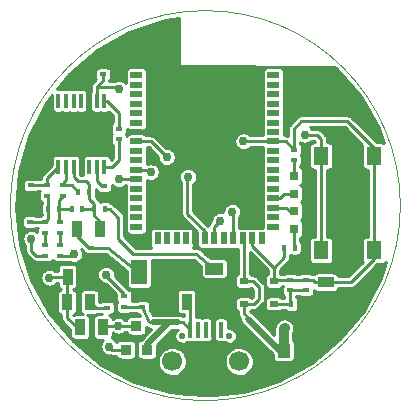
<source format=gtl>
G04 (created by PCBNEW (2013-07-07 BZR 4022)-stable) date 2/27/2015 9:27:32 PM*
%MOIN*%
G04 Gerber Fmt 3.4, Leading zero omitted, Abs format*
%FSLAX34Y34*%
G01*
G70*
G90*
G04 APERTURE LIST*
%ADD10C,0.00590551*%
%ADD11C,0.00393701*%
%ADD12R,0.0590551X0.0393701*%
%ADD13R,0.0118X0.0512*%
%ADD14R,0.051X0.061*%
%ADD15R,0.036X0.036*%
%ADD16R,0.03X0.02*%
%ADD17R,0.035X0.055*%
%ADD18R,0.055X0.035*%
%ADD19R,0.0236X0.0157*%
%ADD20R,0.0157X0.0236*%
%ADD21R,0.0314X0.0314*%
%ADD22R,0.053937X0.0846457*%
%ADD23R,0.0393701X0.023622*%
%ADD24R,0.023622X0.0393701*%
%ADD25R,0.0433071X0.0472441*%
%ADD26R,0.015748X0.0531496*%
%ADD27C,0.0669291*%
%ADD28C,0.0216535*%
%ADD29C,0.03*%
%ADD30C,0.035*%
%ADD31C,0.01*%
%ADD32C,0.02*%
%ADD33C,0.032*%
G04 APERTURE END LIST*
G54D10*
G54D11*
X84500Y-52000D02*
G75*
G03X84500Y-52000I-6500J0D01*
G74*
G01*
G54D12*
X78300Y-54100D03*
X78300Y-54800D03*
G54D13*
X73100Y-50705D03*
X73350Y-50705D03*
X73610Y-50705D03*
X73860Y-50705D03*
X74120Y-50705D03*
X74375Y-50705D03*
X74630Y-50705D03*
X74630Y-48505D03*
X74375Y-48505D03*
X74120Y-48505D03*
X73860Y-48505D03*
X73605Y-48505D03*
X73350Y-48505D03*
X73095Y-48505D03*
G54D14*
X81857Y-53494D03*
X81857Y-50346D03*
X83627Y-50346D03*
X83627Y-53494D03*
G54D15*
X76050Y-56800D03*
X75350Y-56800D03*
X75700Y-56000D03*
G54D16*
X79285Y-54525D03*
X79285Y-55275D03*
X80285Y-54525D03*
X79285Y-54900D03*
X80285Y-55275D03*
G54D17*
X77375Y-55200D03*
X76625Y-55200D03*
X73735Y-52770D03*
X74485Y-52770D03*
X74580Y-56055D03*
X73830Y-56055D03*
X73395Y-55215D03*
X74145Y-55215D03*
X73405Y-54370D03*
X74155Y-54370D03*
G54D18*
X82005Y-54555D03*
X82005Y-55305D03*
G54D19*
X73170Y-52553D03*
X73170Y-52907D03*
X72660Y-52553D03*
X72660Y-52907D03*
X80835Y-54468D03*
X80835Y-54822D03*
X73240Y-51323D03*
X73240Y-51677D03*
X72160Y-52193D03*
X72160Y-52547D03*
X75300Y-55023D03*
X75300Y-55377D03*
G54D20*
X80868Y-55290D03*
X81222Y-55290D03*
G54D19*
X72730Y-51323D03*
X72730Y-51677D03*
G54D20*
X80977Y-53400D03*
X80623Y-53400D03*
G54D19*
X80950Y-50487D03*
X80950Y-50133D03*
G54D20*
X73897Y-52120D03*
X73543Y-52120D03*
X74298Y-52119D03*
X74652Y-52119D03*
G54D19*
X75900Y-55377D03*
X75900Y-55023D03*
X81345Y-54468D03*
X81345Y-54822D03*
X74720Y-55407D03*
X74720Y-55053D03*
X74628Y-51344D03*
X74628Y-51698D03*
G54D20*
X73767Y-51539D03*
X74121Y-51539D03*
G54D19*
X74200Y-53401D03*
X74200Y-53755D03*
X72191Y-51329D03*
X72191Y-51683D03*
X72670Y-53667D03*
X72670Y-53313D03*
X73170Y-53667D03*
X73170Y-53313D03*
G54D20*
X73117Y-52120D03*
X72763Y-52120D03*
G54D19*
X74595Y-47622D03*
X74595Y-47268D03*
X75110Y-49432D03*
X75110Y-49786D03*
G54D21*
X80950Y-51015D03*
X80950Y-51605D03*
X80960Y-52775D03*
X80960Y-52185D03*
G54D22*
X75800Y-54200D03*
X77200Y-54200D03*
G54D23*
X75702Y-46398D03*
X75702Y-46712D03*
X75702Y-47027D03*
X75702Y-47342D03*
X75702Y-47657D03*
X75702Y-47972D03*
X75702Y-48287D03*
X75702Y-48602D03*
X75702Y-48917D03*
X75702Y-49232D03*
X75702Y-49547D03*
X75702Y-49862D03*
X75702Y-50177D03*
X75702Y-50492D03*
X75702Y-50807D03*
X75702Y-51122D03*
X75702Y-51437D03*
X75702Y-51752D03*
X75702Y-52067D03*
X75702Y-52382D03*
X75702Y-52697D03*
G54D24*
X76095Y-53090D03*
X76410Y-53090D03*
X76725Y-53090D03*
X77040Y-53090D03*
X77355Y-53090D03*
X77670Y-53090D03*
X77985Y-53090D03*
X78300Y-53090D03*
X78615Y-53090D03*
X78930Y-53090D03*
X79245Y-53090D03*
X79560Y-53090D03*
X79875Y-53090D03*
G54D23*
X80268Y-52697D03*
X80268Y-52382D03*
X80268Y-52067D03*
X80268Y-51752D03*
X80268Y-51437D03*
X80268Y-51122D03*
X80268Y-50807D03*
X80268Y-50492D03*
X80268Y-50177D03*
X80268Y-49862D03*
X80268Y-49547D03*
X80268Y-49232D03*
X80268Y-48917D03*
X80268Y-48602D03*
X80268Y-48287D03*
X80268Y-47972D03*
X80268Y-47657D03*
G54D25*
X80610Y-56835D03*
X81420Y-56295D03*
G54D26*
X77500Y-56142D03*
X77756Y-56142D03*
X78012Y-56142D03*
X78267Y-56142D03*
X78523Y-56142D03*
G54D27*
X76899Y-57195D03*
X79124Y-57195D03*
G54D28*
X77224Y-56348D03*
X78799Y-56348D03*
G54D29*
X75120Y-48100D03*
X79270Y-49860D03*
X76710Y-50380D03*
X74690Y-54300D03*
X78500Y-52500D03*
X74800Y-56700D03*
X74000Y-49600D03*
X73500Y-49600D03*
X74000Y-49200D03*
X76890Y-48540D03*
X76905Y-47925D03*
X77445Y-48570D03*
X83025Y-51585D03*
X83025Y-52290D03*
X83040Y-54945D03*
X82425Y-51585D03*
X76180Y-50890D03*
X73619Y-53613D03*
X72200Y-53100D03*
X75120Y-51110D03*
G54D30*
X80640Y-56085D03*
G54D29*
X72800Y-54400D03*
X75100Y-56000D03*
X78900Y-52200D03*
X81315Y-49635D03*
X77420Y-51037D03*
G54D31*
X83627Y-50346D02*
X83627Y-50090D01*
X80950Y-49439D02*
X80950Y-50133D01*
X81200Y-49189D02*
X80950Y-49439D01*
X82726Y-49189D02*
X81200Y-49189D01*
X83627Y-50090D02*
X82726Y-49189D01*
X80268Y-49862D02*
X79272Y-49862D01*
X74376Y-48040D02*
X74375Y-48041D01*
X75060Y-48040D02*
X74376Y-48040D01*
X75120Y-48100D02*
X75060Y-48040D01*
X79272Y-49862D02*
X79270Y-49860D01*
X83627Y-53494D02*
X83627Y-50346D01*
X80285Y-54065D02*
X80275Y-54065D01*
X80275Y-54065D02*
X79560Y-53350D01*
X79560Y-53350D02*
X79560Y-53090D01*
X80285Y-54525D02*
X80285Y-54065D01*
X80285Y-54065D02*
X80623Y-53727D01*
X80623Y-53727D02*
X80623Y-53400D01*
X80835Y-54468D02*
X80342Y-54468D01*
X80342Y-54468D02*
X80285Y-54525D01*
X80835Y-54468D02*
X81345Y-54468D01*
X82005Y-54555D02*
X81660Y-54555D01*
X81573Y-54468D02*
X81345Y-54468D01*
X81660Y-54555D02*
X81573Y-54468D01*
X83627Y-53494D02*
X83627Y-53773D01*
X82845Y-54555D02*
X82005Y-54555D01*
X83627Y-53773D02*
X82845Y-54555D01*
X80950Y-50133D02*
X80950Y-50130D01*
X80950Y-50130D02*
X80682Y-49862D01*
X80682Y-49862D02*
X80268Y-49862D01*
X74595Y-47622D02*
X74595Y-47821D01*
X74595Y-47821D02*
X74375Y-48041D01*
X74375Y-48041D02*
X74375Y-48505D01*
G54D32*
X76064Y-56615D02*
X76798Y-55881D01*
X76798Y-55881D02*
X76900Y-55881D01*
X76060Y-56615D02*
X76064Y-56615D01*
X76900Y-55881D02*
X76241Y-55881D01*
G54D31*
X77099Y-55881D02*
X77239Y-55881D01*
G54D32*
X76900Y-55881D02*
X77099Y-55881D01*
G54D31*
X77239Y-55881D02*
X77500Y-56142D01*
X76241Y-55881D02*
X76134Y-55881D01*
X76134Y-55881D02*
X75900Y-55377D01*
X76050Y-56800D02*
X75935Y-56740D01*
X75935Y-56740D02*
X76060Y-56615D01*
X75900Y-55377D02*
X75307Y-55370D01*
X75307Y-55370D02*
X75300Y-55377D01*
X77500Y-56142D02*
X77500Y-55450D01*
X77500Y-55450D02*
X77375Y-55200D01*
X75300Y-55023D02*
X75292Y-54932D01*
X76192Y-49862D02*
X75702Y-49862D01*
X76710Y-50380D02*
X76192Y-49862D01*
X74690Y-54330D02*
X74690Y-54300D01*
X75292Y-54932D02*
X74690Y-54330D01*
X75350Y-56800D02*
X74900Y-56800D01*
X78300Y-52699D02*
X78300Y-53090D01*
X78500Y-52500D02*
X78300Y-52699D01*
X74900Y-56800D02*
X74800Y-56700D01*
X74000Y-49200D02*
X74000Y-49600D01*
X73860Y-49960D02*
X73860Y-50705D01*
X73860Y-49960D02*
X73500Y-49600D01*
X74000Y-49600D02*
X73500Y-49600D01*
X76890Y-48540D02*
X77415Y-48540D01*
X76905Y-48525D02*
X76890Y-48540D01*
X75702Y-47342D02*
X76322Y-47342D01*
X76322Y-47342D02*
X76905Y-47925D01*
X76905Y-47925D02*
X76905Y-48525D01*
X77415Y-48540D02*
X77445Y-48570D01*
X82425Y-51585D02*
X83025Y-51585D01*
X82680Y-55305D02*
X82005Y-55305D01*
X82680Y-55305D02*
X83040Y-54945D01*
X83025Y-51585D02*
X83025Y-52290D01*
X80950Y-50487D02*
X80950Y-51015D01*
X80960Y-52775D02*
X80960Y-53383D01*
X80960Y-53383D02*
X80977Y-53400D01*
X72660Y-52553D02*
X72166Y-52553D01*
X72166Y-52553D02*
X72160Y-52547D01*
X72763Y-52120D02*
X72763Y-52450D01*
X72763Y-52450D02*
X72660Y-52553D01*
X72763Y-52120D02*
X72763Y-51710D01*
X72763Y-51710D02*
X72730Y-51677D01*
X72670Y-53313D02*
X72670Y-52917D01*
X72670Y-52917D02*
X72660Y-52907D01*
X73170Y-53313D02*
X73170Y-52907D01*
X72191Y-51329D02*
X72724Y-51329D01*
X72724Y-51329D02*
X72730Y-51323D01*
X72730Y-51323D02*
X72730Y-51075D01*
X72730Y-51075D02*
X73100Y-50705D01*
X75800Y-54200D02*
X75740Y-54200D01*
X74761Y-53401D02*
X74200Y-53401D01*
X75740Y-54200D02*
X74761Y-53401D01*
X74200Y-53401D02*
X74107Y-53401D01*
X73735Y-53029D02*
X73735Y-52770D01*
X74107Y-53401D02*
X73735Y-53029D01*
X73117Y-52120D02*
X73117Y-52500D01*
X73117Y-52500D02*
X73170Y-52553D01*
X73117Y-52120D02*
X73543Y-52120D01*
X73117Y-52120D02*
X73117Y-51800D01*
X73117Y-51800D02*
X73240Y-51677D01*
X75110Y-49432D02*
X75110Y-48909D01*
X74706Y-48505D02*
X74630Y-48505D01*
X75110Y-48909D02*
X74706Y-48505D01*
X74887Y-50705D02*
X74630Y-50705D01*
X75110Y-50482D02*
X74887Y-50705D01*
X75110Y-49786D02*
X75110Y-50482D01*
X74375Y-51173D02*
X74375Y-50705D01*
X74546Y-51344D02*
X74375Y-51173D01*
X74628Y-51344D02*
X74546Y-51344D01*
X80950Y-51605D02*
X80635Y-51605D01*
X80487Y-51752D02*
X80268Y-51752D01*
X80635Y-51605D02*
X80487Y-51752D01*
X78300Y-54100D02*
X77860Y-53760D01*
X74819Y-52119D02*
X74652Y-52119D01*
X75100Y-52400D02*
X74819Y-52119D01*
X75100Y-53100D02*
X75100Y-52400D01*
X75600Y-53600D02*
X75100Y-53100D01*
X77700Y-53600D02*
X75600Y-53600D01*
X77860Y-53760D02*
X77700Y-53600D01*
X73767Y-51539D02*
X73767Y-51532D01*
X73558Y-51323D02*
X73240Y-51323D01*
X73767Y-51532D02*
X73558Y-51323D01*
X73240Y-51323D02*
X73240Y-51240D01*
X73350Y-51130D02*
X73350Y-50705D01*
X73240Y-51240D02*
X73350Y-51130D01*
X74121Y-51539D02*
X74121Y-51279D01*
X73610Y-51051D02*
X73610Y-50705D01*
X73749Y-51190D02*
X73610Y-51051D01*
X74032Y-51190D02*
X73749Y-51190D01*
X74121Y-51279D02*
X74032Y-51190D01*
X74121Y-51539D02*
X74121Y-51769D01*
X74298Y-51946D02*
X74298Y-52119D01*
X74121Y-51769D02*
X74298Y-51946D01*
X74298Y-52119D02*
X73898Y-52119D01*
X73898Y-52119D02*
X73897Y-52120D01*
X74485Y-52770D02*
X74485Y-52519D01*
X74298Y-52332D02*
X74298Y-52119D01*
X74485Y-52519D02*
X74298Y-52332D01*
X80960Y-52185D02*
X80815Y-52185D01*
X80697Y-52067D02*
X80268Y-52067D01*
X80815Y-52185D02*
X80697Y-52067D01*
X74145Y-55215D02*
X74155Y-55215D01*
X74347Y-55407D02*
X74720Y-55407D01*
X74155Y-55215D02*
X74347Y-55407D01*
X80868Y-55290D02*
X80300Y-55290D01*
X80300Y-55290D02*
X80285Y-55275D01*
X80835Y-54822D02*
X80835Y-55257D01*
X80835Y-55257D02*
X80868Y-55290D01*
X81345Y-54822D02*
X80835Y-54822D01*
X73170Y-53667D02*
X73565Y-53667D01*
X76097Y-50807D02*
X75702Y-50807D01*
X76180Y-50890D02*
X76097Y-50807D01*
X73565Y-53667D02*
X73619Y-53613D01*
X72400Y-53667D02*
X72367Y-53667D01*
X72200Y-53500D02*
X72200Y-53100D01*
X72367Y-53667D02*
X72200Y-53500D01*
X75702Y-51122D02*
X75132Y-51122D01*
X75120Y-51110D02*
X75132Y-51122D01*
X72670Y-53667D02*
X72400Y-53667D01*
G54D33*
X80610Y-56835D02*
X80610Y-56115D01*
X80610Y-56115D02*
X80640Y-56085D01*
G54D31*
X72830Y-54370D02*
X73405Y-54370D01*
X72800Y-54400D02*
X72830Y-54370D01*
X73405Y-54370D02*
X73397Y-54362D01*
G54D32*
X80610Y-56835D02*
X80475Y-56835D01*
X80475Y-56835D02*
X79410Y-55770D01*
G54D31*
X79410Y-55770D02*
X79410Y-55725D01*
X79410Y-55725D02*
X79285Y-55600D01*
X79285Y-55600D02*
X79285Y-55275D01*
X79285Y-55275D02*
X79625Y-55275D01*
X79625Y-55275D02*
X79790Y-55110D01*
X79790Y-55110D02*
X79790Y-54720D01*
X79790Y-54720D02*
X79595Y-54525D01*
X79595Y-54525D02*
X79285Y-54525D01*
X79285Y-54525D02*
X79285Y-53130D01*
X79285Y-53130D02*
X79245Y-53090D01*
X73395Y-55215D02*
X73395Y-54380D01*
X73395Y-54380D02*
X73405Y-54370D01*
X73830Y-56055D02*
X73705Y-56055D01*
X73395Y-55745D02*
X73395Y-55215D01*
X73705Y-56055D02*
X73395Y-55745D01*
X78930Y-53090D02*
X78930Y-52230D01*
X78900Y-52200D02*
X78930Y-52230D01*
X75700Y-56000D02*
X75100Y-56000D01*
X75100Y-56000D02*
X74635Y-56000D01*
X74635Y-56000D02*
X74580Y-56055D01*
X77985Y-53090D02*
X77985Y-52857D01*
X81857Y-49787D02*
X81857Y-50346D01*
X81705Y-49635D02*
X81857Y-49787D01*
X81315Y-49635D02*
X81705Y-49635D01*
X77396Y-51061D02*
X77420Y-51037D01*
X77396Y-52268D02*
X77396Y-51061D01*
X77985Y-52857D02*
X77396Y-52268D01*
X81857Y-50346D02*
X81857Y-53494D01*
G54D10*
G36*
X83427Y-53038D02*
X83357Y-53038D01*
X83328Y-53044D01*
X83301Y-53055D01*
X83276Y-53072D01*
X83255Y-53092D01*
X83239Y-53117D01*
X83228Y-53144D01*
X83222Y-53173D01*
X83221Y-53202D01*
X83221Y-53813D01*
X83227Y-53842D01*
X83238Y-53869D01*
X83242Y-53874D01*
X82762Y-54355D01*
X82427Y-54355D01*
X82424Y-54336D01*
X82413Y-54309D01*
X82396Y-54284D01*
X82376Y-54263D01*
X82351Y-54247D01*
X82324Y-54236D01*
X82295Y-54230D01*
X82266Y-54229D01*
X81715Y-54229D01*
X81686Y-54235D01*
X81659Y-54246D01*
X81634Y-54263D01*
X81622Y-54274D01*
X81614Y-54272D01*
X81613Y-54272D01*
X81612Y-54271D01*
X81594Y-54270D01*
X81575Y-54268D01*
X81573Y-54268D01*
X81573Y-54268D01*
X81573Y-54268D01*
X81573Y-54268D01*
X81551Y-54268D01*
X81534Y-54256D01*
X81507Y-54245D01*
X81478Y-54239D01*
X81449Y-54239D01*
X81212Y-54239D01*
X81183Y-54245D01*
X81156Y-54256D01*
X81138Y-54268D01*
X81041Y-54268D01*
X81024Y-54256D01*
X80997Y-54245D01*
X80968Y-54239D01*
X80939Y-54239D01*
X80702Y-54239D01*
X80673Y-54245D01*
X80646Y-54256D01*
X80628Y-54268D01*
X80485Y-54268D01*
X80485Y-54147D01*
X80764Y-53868D01*
X80776Y-53854D01*
X80788Y-53839D01*
X80788Y-53839D01*
X80789Y-53838D01*
X80797Y-53822D01*
X80806Y-53805D01*
X80807Y-53804D01*
X80807Y-53803D01*
X80813Y-53786D01*
X80818Y-53768D01*
X80818Y-53767D01*
X80819Y-53766D01*
X80820Y-53748D01*
X80822Y-53729D01*
X80822Y-53727D01*
X80822Y-53727D01*
X80822Y-53727D01*
X80823Y-53727D01*
X80823Y-53648D01*
X80826Y-53650D01*
X80853Y-53661D01*
X80882Y-53667D01*
X80912Y-53668D01*
X81070Y-53668D01*
X81099Y-53662D01*
X81126Y-53651D01*
X81150Y-53634D01*
X81171Y-53614D01*
X81188Y-53589D01*
X81199Y-53562D01*
X81205Y-53533D01*
X81205Y-53504D01*
X81205Y-53267D01*
X81199Y-53238D01*
X81188Y-53211D01*
X81172Y-53186D01*
X81160Y-53174D01*
X81160Y-53076D01*
X81160Y-53076D01*
X81187Y-53065D01*
X81212Y-53048D01*
X81233Y-53028D01*
X81249Y-53003D01*
X81260Y-52976D01*
X81266Y-52947D01*
X81267Y-52918D01*
X81267Y-52603D01*
X81261Y-52574D01*
X81250Y-52547D01*
X81233Y-52522D01*
X81213Y-52501D01*
X81188Y-52485D01*
X81175Y-52480D01*
X81187Y-52475D01*
X81212Y-52458D01*
X81233Y-52438D01*
X81249Y-52413D01*
X81260Y-52386D01*
X81266Y-52357D01*
X81267Y-52328D01*
X81267Y-52013D01*
X81261Y-51984D01*
X81250Y-51957D01*
X81233Y-51932D01*
X81213Y-51911D01*
X81188Y-51895D01*
X81181Y-51892D01*
X81202Y-51878D01*
X81223Y-51858D01*
X81239Y-51833D01*
X81250Y-51806D01*
X81256Y-51777D01*
X81257Y-51748D01*
X81257Y-51433D01*
X81251Y-51404D01*
X81240Y-51377D01*
X81223Y-51352D01*
X81203Y-51331D01*
X81178Y-51315D01*
X81165Y-51310D01*
X81177Y-51305D01*
X81202Y-51288D01*
X81223Y-51268D01*
X81239Y-51243D01*
X81250Y-51216D01*
X81256Y-51187D01*
X81257Y-51158D01*
X81257Y-50843D01*
X81251Y-50814D01*
X81240Y-50787D01*
X81223Y-50762D01*
X81203Y-50741D01*
X81178Y-50725D01*
X81151Y-50714D01*
X81150Y-50713D01*
X81150Y-50691D01*
X81163Y-50682D01*
X81184Y-50661D01*
X81200Y-50637D01*
X81211Y-50610D01*
X81217Y-50581D01*
X81218Y-50551D01*
X81218Y-50393D01*
X81212Y-50364D01*
X81201Y-50337D01*
X81184Y-50313D01*
X81181Y-50310D01*
X81184Y-50307D01*
X81200Y-50283D01*
X81211Y-50256D01*
X81217Y-50227D01*
X81218Y-50197D01*
X81218Y-50039D01*
X81212Y-50010D01*
X81201Y-49983D01*
X81184Y-49959D01*
X81164Y-49938D01*
X81150Y-49928D01*
X81150Y-49885D01*
X81167Y-49898D01*
X81221Y-49921D01*
X81279Y-49934D01*
X81338Y-49935D01*
X81396Y-49925D01*
X81450Y-49904D01*
X81500Y-49872D01*
X81540Y-49835D01*
X81622Y-49835D01*
X81657Y-49869D01*
X81657Y-49890D01*
X81587Y-49890D01*
X81558Y-49896D01*
X81531Y-49907D01*
X81506Y-49924D01*
X81485Y-49944D01*
X81469Y-49969D01*
X81458Y-49996D01*
X81452Y-50025D01*
X81451Y-50054D01*
X81451Y-50665D01*
X81457Y-50694D01*
X81468Y-50721D01*
X81485Y-50746D01*
X81505Y-50767D01*
X81530Y-50783D01*
X81557Y-50794D01*
X81586Y-50800D01*
X81615Y-50801D01*
X81657Y-50801D01*
X81657Y-53038D01*
X81587Y-53038D01*
X81558Y-53044D01*
X81531Y-53055D01*
X81506Y-53072D01*
X81485Y-53092D01*
X81469Y-53117D01*
X81458Y-53144D01*
X81452Y-53173D01*
X81451Y-53202D01*
X81451Y-53813D01*
X81457Y-53842D01*
X81468Y-53869D01*
X81485Y-53894D01*
X81505Y-53915D01*
X81530Y-53931D01*
X81557Y-53942D01*
X81586Y-53948D01*
X81615Y-53949D01*
X82126Y-53949D01*
X82155Y-53943D01*
X82182Y-53932D01*
X82207Y-53915D01*
X82228Y-53895D01*
X82244Y-53870D01*
X82255Y-53843D01*
X82261Y-53814D01*
X82262Y-53785D01*
X82262Y-53174D01*
X82256Y-53145D01*
X82245Y-53118D01*
X82228Y-53093D01*
X82208Y-53072D01*
X82183Y-53056D01*
X82156Y-53045D01*
X82127Y-53039D01*
X82098Y-53038D01*
X82057Y-53038D01*
X82057Y-50801D01*
X82126Y-50801D01*
X82155Y-50795D01*
X82182Y-50784D01*
X82207Y-50767D01*
X82228Y-50747D01*
X82244Y-50722D01*
X82255Y-50695D01*
X82261Y-50666D01*
X82262Y-50637D01*
X82262Y-50026D01*
X82256Y-49997D01*
X82245Y-49970D01*
X82228Y-49945D01*
X82208Y-49924D01*
X82183Y-49908D01*
X82156Y-49897D01*
X82127Y-49891D01*
X82098Y-49890D01*
X82057Y-49890D01*
X82057Y-49787D01*
X82055Y-49768D01*
X82053Y-49750D01*
X82053Y-49749D01*
X82053Y-49748D01*
X82047Y-49730D01*
X82042Y-49712D01*
X82042Y-49711D01*
X82041Y-49710D01*
X82033Y-49694D01*
X82024Y-49678D01*
X82024Y-49677D01*
X82023Y-49676D01*
X82011Y-49661D01*
X82000Y-49647D01*
X81998Y-49646D01*
X81998Y-49646D01*
X81998Y-49646D01*
X81998Y-49645D01*
X81846Y-49493D01*
X81832Y-49481D01*
X81817Y-49469D01*
X81817Y-49469D01*
X81816Y-49468D01*
X81799Y-49460D01*
X81783Y-49451D01*
X81782Y-49450D01*
X81781Y-49450D01*
X81764Y-49444D01*
X81746Y-49439D01*
X81745Y-49439D01*
X81744Y-49438D01*
X81726Y-49437D01*
X81707Y-49435D01*
X81705Y-49435D01*
X81705Y-49435D01*
X81705Y-49435D01*
X81705Y-49435D01*
X81539Y-49435D01*
X81507Y-49402D01*
X81486Y-49389D01*
X82643Y-49389D01*
X83234Y-49980D01*
X83228Y-49996D01*
X83222Y-50025D01*
X83221Y-50054D01*
X83221Y-50665D01*
X83227Y-50694D01*
X83238Y-50721D01*
X83255Y-50746D01*
X83275Y-50767D01*
X83300Y-50783D01*
X83327Y-50794D01*
X83356Y-50800D01*
X83385Y-50801D01*
X83427Y-50801D01*
X83427Y-53038D01*
X83427Y-53038D01*
G37*
G54D31*
X83427Y-53038D02*
X83357Y-53038D01*
X83328Y-53044D01*
X83301Y-53055D01*
X83276Y-53072D01*
X83255Y-53092D01*
X83239Y-53117D01*
X83228Y-53144D01*
X83222Y-53173D01*
X83221Y-53202D01*
X83221Y-53813D01*
X83227Y-53842D01*
X83238Y-53869D01*
X83242Y-53874D01*
X82762Y-54355D01*
X82427Y-54355D01*
X82424Y-54336D01*
X82413Y-54309D01*
X82396Y-54284D01*
X82376Y-54263D01*
X82351Y-54247D01*
X82324Y-54236D01*
X82295Y-54230D01*
X82266Y-54229D01*
X81715Y-54229D01*
X81686Y-54235D01*
X81659Y-54246D01*
X81634Y-54263D01*
X81622Y-54274D01*
X81614Y-54272D01*
X81613Y-54272D01*
X81612Y-54271D01*
X81594Y-54270D01*
X81575Y-54268D01*
X81573Y-54268D01*
X81573Y-54268D01*
X81573Y-54268D01*
X81573Y-54268D01*
X81551Y-54268D01*
X81534Y-54256D01*
X81507Y-54245D01*
X81478Y-54239D01*
X81449Y-54239D01*
X81212Y-54239D01*
X81183Y-54245D01*
X81156Y-54256D01*
X81138Y-54268D01*
X81041Y-54268D01*
X81024Y-54256D01*
X80997Y-54245D01*
X80968Y-54239D01*
X80939Y-54239D01*
X80702Y-54239D01*
X80673Y-54245D01*
X80646Y-54256D01*
X80628Y-54268D01*
X80485Y-54268D01*
X80485Y-54147D01*
X80764Y-53868D01*
X80776Y-53854D01*
X80788Y-53839D01*
X80788Y-53839D01*
X80789Y-53838D01*
X80797Y-53822D01*
X80806Y-53805D01*
X80807Y-53804D01*
X80807Y-53803D01*
X80813Y-53786D01*
X80818Y-53768D01*
X80818Y-53767D01*
X80819Y-53766D01*
X80820Y-53748D01*
X80822Y-53729D01*
X80822Y-53727D01*
X80822Y-53727D01*
X80822Y-53727D01*
X80823Y-53727D01*
X80823Y-53648D01*
X80826Y-53650D01*
X80853Y-53661D01*
X80882Y-53667D01*
X80912Y-53668D01*
X81070Y-53668D01*
X81099Y-53662D01*
X81126Y-53651D01*
X81150Y-53634D01*
X81171Y-53614D01*
X81188Y-53589D01*
X81199Y-53562D01*
X81205Y-53533D01*
X81205Y-53504D01*
X81205Y-53267D01*
X81199Y-53238D01*
X81188Y-53211D01*
X81172Y-53186D01*
X81160Y-53174D01*
X81160Y-53076D01*
X81160Y-53076D01*
X81187Y-53065D01*
X81212Y-53048D01*
X81233Y-53028D01*
X81249Y-53003D01*
X81260Y-52976D01*
X81266Y-52947D01*
X81267Y-52918D01*
X81267Y-52603D01*
X81261Y-52574D01*
X81250Y-52547D01*
X81233Y-52522D01*
X81213Y-52501D01*
X81188Y-52485D01*
X81175Y-52480D01*
X81187Y-52475D01*
X81212Y-52458D01*
X81233Y-52438D01*
X81249Y-52413D01*
X81260Y-52386D01*
X81266Y-52357D01*
X81267Y-52328D01*
X81267Y-52013D01*
X81261Y-51984D01*
X81250Y-51957D01*
X81233Y-51932D01*
X81213Y-51911D01*
X81188Y-51895D01*
X81181Y-51892D01*
X81202Y-51878D01*
X81223Y-51858D01*
X81239Y-51833D01*
X81250Y-51806D01*
X81256Y-51777D01*
X81257Y-51748D01*
X81257Y-51433D01*
X81251Y-51404D01*
X81240Y-51377D01*
X81223Y-51352D01*
X81203Y-51331D01*
X81178Y-51315D01*
X81165Y-51310D01*
X81177Y-51305D01*
X81202Y-51288D01*
X81223Y-51268D01*
X81239Y-51243D01*
X81250Y-51216D01*
X81256Y-51187D01*
X81257Y-51158D01*
X81257Y-50843D01*
X81251Y-50814D01*
X81240Y-50787D01*
X81223Y-50762D01*
X81203Y-50741D01*
X81178Y-50725D01*
X81151Y-50714D01*
X81150Y-50713D01*
X81150Y-50691D01*
X81163Y-50682D01*
X81184Y-50661D01*
X81200Y-50637D01*
X81211Y-50610D01*
X81217Y-50581D01*
X81218Y-50551D01*
X81218Y-50393D01*
X81212Y-50364D01*
X81201Y-50337D01*
X81184Y-50313D01*
X81181Y-50310D01*
X81184Y-50307D01*
X81200Y-50283D01*
X81211Y-50256D01*
X81217Y-50227D01*
X81218Y-50197D01*
X81218Y-50039D01*
X81212Y-50010D01*
X81201Y-49983D01*
X81184Y-49959D01*
X81164Y-49938D01*
X81150Y-49928D01*
X81150Y-49885D01*
X81167Y-49898D01*
X81221Y-49921D01*
X81279Y-49934D01*
X81338Y-49935D01*
X81396Y-49925D01*
X81450Y-49904D01*
X81500Y-49872D01*
X81540Y-49835D01*
X81622Y-49835D01*
X81657Y-49869D01*
X81657Y-49890D01*
X81587Y-49890D01*
X81558Y-49896D01*
X81531Y-49907D01*
X81506Y-49924D01*
X81485Y-49944D01*
X81469Y-49969D01*
X81458Y-49996D01*
X81452Y-50025D01*
X81451Y-50054D01*
X81451Y-50665D01*
X81457Y-50694D01*
X81468Y-50721D01*
X81485Y-50746D01*
X81505Y-50767D01*
X81530Y-50783D01*
X81557Y-50794D01*
X81586Y-50800D01*
X81615Y-50801D01*
X81657Y-50801D01*
X81657Y-53038D01*
X81587Y-53038D01*
X81558Y-53044D01*
X81531Y-53055D01*
X81506Y-53072D01*
X81485Y-53092D01*
X81469Y-53117D01*
X81458Y-53144D01*
X81452Y-53173D01*
X81451Y-53202D01*
X81451Y-53813D01*
X81457Y-53842D01*
X81468Y-53869D01*
X81485Y-53894D01*
X81505Y-53915D01*
X81530Y-53931D01*
X81557Y-53942D01*
X81586Y-53948D01*
X81615Y-53949D01*
X82126Y-53949D01*
X82155Y-53943D01*
X82182Y-53932D01*
X82207Y-53915D01*
X82228Y-53895D01*
X82244Y-53870D01*
X82255Y-53843D01*
X82261Y-53814D01*
X82262Y-53785D01*
X82262Y-53174D01*
X82256Y-53145D01*
X82245Y-53118D01*
X82228Y-53093D01*
X82208Y-53072D01*
X82183Y-53056D01*
X82156Y-53045D01*
X82127Y-53039D01*
X82098Y-53038D01*
X82057Y-53038D01*
X82057Y-50801D01*
X82126Y-50801D01*
X82155Y-50795D01*
X82182Y-50784D01*
X82207Y-50767D01*
X82228Y-50747D01*
X82244Y-50722D01*
X82255Y-50695D01*
X82261Y-50666D01*
X82262Y-50637D01*
X82262Y-50026D01*
X82256Y-49997D01*
X82245Y-49970D01*
X82228Y-49945D01*
X82208Y-49924D01*
X82183Y-49908D01*
X82156Y-49897D01*
X82127Y-49891D01*
X82098Y-49890D01*
X82057Y-49890D01*
X82057Y-49787D01*
X82055Y-49768D01*
X82053Y-49750D01*
X82053Y-49749D01*
X82053Y-49748D01*
X82047Y-49730D01*
X82042Y-49712D01*
X82042Y-49711D01*
X82041Y-49710D01*
X82033Y-49694D01*
X82024Y-49678D01*
X82024Y-49677D01*
X82023Y-49676D01*
X82011Y-49661D01*
X82000Y-49647D01*
X81998Y-49646D01*
X81998Y-49646D01*
X81998Y-49646D01*
X81998Y-49645D01*
X81846Y-49493D01*
X81832Y-49481D01*
X81817Y-49469D01*
X81817Y-49469D01*
X81816Y-49468D01*
X81799Y-49460D01*
X81783Y-49451D01*
X81782Y-49450D01*
X81781Y-49450D01*
X81764Y-49444D01*
X81746Y-49439D01*
X81745Y-49439D01*
X81744Y-49438D01*
X81726Y-49437D01*
X81707Y-49435D01*
X81705Y-49435D01*
X81705Y-49435D01*
X81705Y-49435D01*
X81705Y-49435D01*
X81539Y-49435D01*
X81507Y-49402D01*
X81486Y-49389D01*
X82643Y-49389D01*
X83234Y-49980D01*
X83228Y-49996D01*
X83222Y-50025D01*
X83221Y-50054D01*
X83221Y-50665D01*
X83227Y-50694D01*
X83238Y-50721D01*
X83255Y-50746D01*
X83275Y-50767D01*
X83300Y-50783D01*
X83327Y-50794D01*
X83356Y-50800D01*
X83385Y-50801D01*
X83427Y-50801D01*
X83427Y-53038D01*
G54D10*
G36*
X84017Y-53864D02*
X83851Y-54411D01*
X83271Y-55502D01*
X82491Y-56459D01*
X81539Y-57247D01*
X80452Y-57834D01*
X79608Y-58096D01*
X79608Y-57147D01*
X79590Y-57054D01*
X79554Y-56966D01*
X79501Y-56887D01*
X79434Y-56820D01*
X79355Y-56766D01*
X79268Y-56730D01*
X79175Y-56711D01*
X79080Y-56710D01*
X79057Y-56714D01*
X79057Y-56323D01*
X79047Y-56273D01*
X79028Y-56227D01*
X79000Y-56184D01*
X78964Y-56148D01*
X78922Y-56120D01*
X78875Y-56100D01*
X78826Y-56090D01*
X78775Y-56090D01*
X78752Y-56094D01*
X78752Y-55861D01*
X78746Y-55832D01*
X78745Y-55829D01*
X78745Y-54283D01*
X78745Y-53888D01*
X78739Y-53859D01*
X78728Y-53832D01*
X78712Y-53807D01*
X78691Y-53787D01*
X78666Y-53770D01*
X78639Y-53759D01*
X78611Y-53753D01*
X78581Y-53753D01*
X78178Y-53753D01*
X77992Y-53609D01*
X77841Y-53458D01*
X77827Y-53446D01*
X77812Y-53434D01*
X77812Y-53434D01*
X77811Y-53433D01*
X77794Y-53425D01*
X77778Y-53416D01*
X77777Y-53415D01*
X77776Y-53415D01*
X77759Y-53409D01*
X77741Y-53404D01*
X77740Y-53404D01*
X77739Y-53403D01*
X77721Y-53402D01*
X77702Y-53400D01*
X77700Y-53400D01*
X77700Y-53400D01*
X77700Y-53400D01*
X77700Y-53400D01*
X77573Y-53400D01*
X77589Y-53383D01*
X77606Y-53359D01*
X77617Y-53332D01*
X77623Y-53303D01*
X77623Y-53274D01*
X77623Y-52879D01*
X77617Y-52850D01*
X77606Y-52823D01*
X77590Y-52798D01*
X77569Y-52777D01*
X77545Y-52761D01*
X77518Y-52750D01*
X77489Y-52744D01*
X77459Y-52743D01*
X77222Y-52744D01*
X77197Y-52748D01*
X77174Y-52744D01*
X77145Y-52743D01*
X76907Y-52744D01*
X76882Y-52748D01*
X76859Y-52744D01*
X76830Y-52743D01*
X76592Y-52744D01*
X76567Y-52748D01*
X76544Y-52744D01*
X76515Y-52743D01*
X76277Y-52744D01*
X76248Y-52749D01*
X76221Y-52760D01*
X76197Y-52777D01*
X76176Y-52797D01*
X76159Y-52822D01*
X76148Y-52849D01*
X76142Y-52878D01*
X76142Y-52907D01*
X76142Y-53302D01*
X76148Y-53331D01*
X76159Y-53358D01*
X76175Y-53383D01*
X76192Y-53400D01*
X75682Y-53400D01*
X75300Y-53017D01*
X75300Y-52400D01*
X75298Y-52381D01*
X75296Y-52363D01*
X75296Y-52362D01*
X75296Y-52361D01*
X75290Y-52343D01*
X75285Y-52325D01*
X75285Y-52324D01*
X75284Y-52323D01*
X75276Y-52307D01*
X75267Y-52291D01*
X75267Y-52290D01*
X75266Y-52289D01*
X75254Y-52274D01*
X75243Y-52260D01*
X75241Y-52259D01*
X75241Y-52259D01*
X75241Y-52259D01*
X75241Y-52258D01*
X74960Y-51977D01*
X74946Y-51965D01*
X74931Y-51953D01*
X74931Y-51953D01*
X74930Y-51952D01*
X74913Y-51944D01*
X74897Y-51935D01*
X74896Y-51934D01*
X74895Y-51934D01*
X74878Y-51928D01*
X74860Y-51923D01*
X74859Y-51923D01*
X74858Y-51923D01*
X74847Y-51905D01*
X74826Y-51884D01*
X74802Y-51868D01*
X74775Y-51857D01*
X74746Y-51851D01*
X74716Y-51850D01*
X74558Y-51850D01*
X74529Y-51856D01*
X74502Y-51867D01*
X74485Y-51879D01*
X74483Y-51871D01*
X74483Y-51870D01*
X74482Y-51869D01*
X74474Y-51853D01*
X74465Y-51837D01*
X74465Y-51836D01*
X74464Y-51835D01*
X74452Y-51820D01*
X74441Y-51806D01*
X74439Y-51805D01*
X74439Y-51805D01*
X74439Y-51805D01*
X74439Y-51804D01*
X74341Y-51706D01*
X74343Y-51701D01*
X74349Y-51672D01*
X74349Y-51643D01*
X74349Y-51430D01*
X74360Y-51441D01*
X74365Y-51466D01*
X74376Y-51493D01*
X74393Y-51517D01*
X74413Y-51538D01*
X74438Y-51555D01*
X74465Y-51566D01*
X74494Y-51572D01*
X74523Y-51572D01*
X74760Y-51572D01*
X74789Y-51566D01*
X74816Y-51555D01*
X74841Y-51539D01*
X74862Y-51518D01*
X74878Y-51494D01*
X74889Y-51467D01*
X74895Y-51438D01*
X74896Y-51408D01*
X74896Y-51309D01*
X74924Y-51339D01*
X74972Y-51373D01*
X75026Y-51396D01*
X75084Y-51409D01*
X75143Y-51410D01*
X75201Y-51400D01*
X75255Y-51379D01*
X75305Y-51347D01*
X75331Y-51322D01*
X75355Y-51322D01*
X75355Y-51332D01*
X75355Y-51570D01*
X75360Y-51595D01*
X75355Y-51618D01*
X75355Y-51647D01*
X75355Y-51885D01*
X75360Y-51909D01*
X75355Y-51933D01*
X75355Y-51962D01*
X75355Y-52200D01*
X75360Y-52224D01*
X75355Y-52248D01*
X75355Y-52277D01*
X75355Y-52515D01*
X75360Y-52539D01*
X75355Y-52563D01*
X75355Y-52592D01*
X75355Y-52830D01*
X75360Y-52858D01*
X75372Y-52886D01*
X75388Y-52910D01*
X75409Y-52931D01*
X75433Y-52947D01*
X75460Y-52959D01*
X75489Y-52965D01*
X75518Y-52965D01*
X75913Y-52965D01*
X75942Y-52959D01*
X75969Y-52948D01*
X75994Y-52932D01*
X76014Y-52911D01*
X76031Y-52887D01*
X76042Y-52859D01*
X76048Y-52831D01*
X76048Y-52801D01*
X76048Y-52564D01*
X76043Y-52539D01*
X76048Y-52516D01*
X76048Y-52486D01*
X76048Y-52249D01*
X76043Y-52224D01*
X76048Y-52201D01*
X76048Y-52171D01*
X76048Y-51934D01*
X76043Y-51909D01*
X76048Y-51886D01*
X76048Y-51856D01*
X76048Y-51619D01*
X76043Y-51594D01*
X76048Y-51571D01*
X76048Y-51541D01*
X76048Y-51304D01*
X76043Y-51279D01*
X76048Y-51256D01*
X76048Y-51226D01*
X76048Y-51160D01*
X76086Y-51176D01*
X76144Y-51189D01*
X76203Y-51190D01*
X76261Y-51180D01*
X76315Y-51159D01*
X76365Y-51127D01*
X76408Y-51086D01*
X76442Y-51038D01*
X76466Y-50985D01*
X76479Y-50927D01*
X76480Y-50860D01*
X76468Y-50802D01*
X76446Y-50748D01*
X76413Y-50699D01*
X76372Y-50657D01*
X76323Y-50624D01*
X76269Y-50602D01*
X76211Y-50590D01*
X76152Y-50589D01*
X76094Y-50600D01*
X76078Y-50607D01*
X76048Y-50607D01*
X76048Y-50596D01*
X76048Y-50359D01*
X76043Y-50334D01*
X76048Y-50311D01*
X76048Y-50281D01*
X76048Y-50062D01*
X76109Y-50062D01*
X76410Y-50363D01*
X76409Y-50405D01*
X76420Y-50463D01*
X76441Y-50517D01*
X76473Y-50567D01*
X76514Y-50609D01*
X76562Y-50643D01*
X76616Y-50666D01*
X76674Y-50679D01*
X76733Y-50680D01*
X76791Y-50670D01*
X76845Y-50649D01*
X76895Y-50617D01*
X76938Y-50576D01*
X76972Y-50528D01*
X76996Y-50475D01*
X77009Y-50417D01*
X77010Y-50350D01*
X76998Y-50292D01*
X76976Y-50238D01*
X76943Y-50189D01*
X76902Y-50147D01*
X76853Y-50114D01*
X76799Y-50092D01*
X76741Y-50080D01*
X76692Y-50079D01*
X76333Y-49721D01*
X76319Y-49709D01*
X76305Y-49697D01*
X76304Y-49697D01*
X76303Y-49696D01*
X76287Y-49687D01*
X76271Y-49678D01*
X76270Y-49678D01*
X76269Y-49677D01*
X76251Y-49672D01*
X76234Y-49666D01*
X76233Y-49666D01*
X76232Y-49666D01*
X76213Y-49664D01*
X76195Y-49662D01*
X76193Y-49662D01*
X76193Y-49662D01*
X76193Y-49662D01*
X76192Y-49662D01*
X76024Y-49662D01*
X76015Y-49649D01*
X75994Y-49628D01*
X75970Y-49611D01*
X75943Y-49600D01*
X75914Y-49594D01*
X75885Y-49594D01*
X75490Y-49594D01*
X75461Y-49600D01*
X75434Y-49611D01*
X75409Y-49627D01*
X75389Y-49648D01*
X75373Y-49671D01*
X75372Y-49663D01*
X75361Y-49636D01*
X75344Y-49612D01*
X75341Y-49609D01*
X75344Y-49606D01*
X75360Y-49582D01*
X75371Y-49555D01*
X75377Y-49526D01*
X75378Y-49496D01*
X75378Y-49430D01*
X75388Y-49446D01*
X75409Y-49466D01*
X75433Y-49483D01*
X75460Y-49494D01*
X75489Y-49500D01*
X75518Y-49500D01*
X75913Y-49500D01*
X75942Y-49495D01*
X75969Y-49483D01*
X75994Y-49467D01*
X76014Y-49446D01*
X76031Y-49422D01*
X76042Y-49395D01*
X76048Y-49366D01*
X76048Y-49337D01*
X76048Y-49099D01*
X76043Y-49074D01*
X76048Y-49051D01*
X76048Y-49022D01*
X76048Y-48784D01*
X76043Y-48760D01*
X76048Y-48736D01*
X76048Y-48707D01*
X76048Y-48469D01*
X76043Y-48445D01*
X76048Y-48421D01*
X76048Y-48392D01*
X76048Y-48154D01*
X76043Y-48130D01*
X76048Y-48106D01*
X76048Y-48077D01*
X76048Y-47839D01*
X76043Y-47815D01*
X76048Y-47791D01*
X76048Y-47762D01*
X76048Y-47525D01*
X76043Y-47496D01*
X76031Y-47468D01*
X76015Y-47444D01*
X75994Y-47423D01*
X75970Y-47407D01*
X75943Y-47395D01*
X75914Y-47389D01*
X75885Y-47389D01*
X75490Y-47389D01*
X75461Y-47395D01*
X75434Y-47406D01*
X75409Y-47422D01*
X75389Y-47443D01*
X75372Y-47468D01*
X75361Y-47495D01*
X75355Y-47523D01*
X75355Y-47553D01*
X75355Y-47790D01*
X75360Y-47815D01*
X75355Y-47838D01*
X75355Y-47868D01*
X75355Y-47911D01*
X75353Y-47909D01*
X75312Y-47867D01*
X75263Y-47834D01*
X75209Y-47812D01*
X75151Y-47800D01*
X75092Y-47799D01*
X75034Y-47810D01*
X74980Y-47832D01*
X74969Y-47840D01*
X74793Y-47840D01*
X74794Y-47826D01*
X74808Y-47817D01*
X74829Y-47796D01*
X74845Y-47772D01*
X74856Y-47745D01*
X74862Y-47716D01*
X74863Y-47686D01*
X74863Y-47528D01*
X74857Y-47499D01*
X74846Y-47472D01*
X74829Y-47448D01*
X74809Y-47427D01*
X74784Y-47410D01*
X74757Y-47399D01*
X74728Y-47393D01*
X74699Y-47393D01*
X74462Y-47393D01*
X74433Y-47399D01*
X74406Y-47410D01*
X74381Y-47426D01*
X74360Y-47447D01*
X74344Y-47471D01*
X74333Y-47498D01*
X74327Y-47527D01*
X74326Y-47557D01*
X74326Y-47715D01*
X74332Y-47744D01*
X74343Y-47771D01*
X74351Y-47782D01*
X74233Y-47899D01*
X74221Y-47913D01*
X74209Y-47928D01*
X74209Y-47928D01*
X74208Y-47929D01*
X74200Y-47946D01*
X74191Y-47962D01*
X74190Y-47963D01*
X74190Y-47964D01*
X74184Y-47981D01*
X74179Y-47999D01*
X74179Y-48000D01*
X74178Y-48001D01*
X74177Y-48019D01*
X74175Y-48038D01*
X74175Y-48040D01*
X74175Y-48040D01*
X74175Y-48040D01*
X74175Y-48041D01*
X74175Y-48197D01*
X74172Y-48204D01*
X74166Y-48233D01*
X74165Y-48262D01*
X74165Y-48775D01*
X74171Y-48804D01*
X74182Y-48831D01*
X74199Y-48856D01*
X74219Y-48877D01*
X74244Y-48893D01*
X74271Y-48904D01*
X74300Y-48910D01*
X74329Y-48911D01*
X74448Y-48911D01*
X74477Y-48905D01*
X74502Y-48894D01*
X74526Y-48904D01*
X74555Y-48910D01*
X74584Y-48911D01*
X74703Y-48911D01*
X74732Y-48905D01*
X74759Y-48894D01*
X74784Y-48877D01*
X74790Y-48871D01*
X74910Y-48991D01*
X74910Y-49227D01*
X74896Y-49236D01*
X74875Y-49257D01*
X74859Y-49281D01*
X74848Y-49308D01*
X74842Y-49337D01*
X74841Y-49367D01*
X74841Y-49525D01*
X74847Y-49554D01*
X74858Y-49581D01*
X74875Y-49605D01*
X74878Y-49608D01*
X74875Y-49611D01*
X74859Y-49635D01*
X74848Y-49662D01*
X74842Y-49691D01*
X74841Y-49721D01*
X74841Y-49879D01*
X74847Y-49908D01*
X74858Y-49935D01*
X74875Y-49959D01*
X74895Y-49980D01*
X74910Y-49990D01*
X74910Y-50399D01*
X74839Y-50470D01*
X74839Y-50434D01*
X74833Y-50405D01*
X74822Y-50378D01*
X74805Y-50353D01*
X74785Y-50332D01*
X74760Y-50316D01*
X74733Y-50305D01*
X74704Y-50299D01*
X74675Y-50298D01*
X74556Y-50298D01*
X74527Y-50304D01*
X74502Y-50315D01*
X74478Y-50305D01*
X74449Y-50299D01*
X74420Y-50298D01*
X74301Y-50298D01*
X74272Y-50304D01*
X74247Y-50315D01*
X74223Y-50305D01*
X74194Y-50299D01*
X74165Y-50298D01*
X74046Y-50298D01*
X74017Y-50304D01*
X73990Y-50315D01*
X73965Y-50332D01*
X73944Y-50352D01*
X73928Y-50377D01*
X73917Y-50404D01*
X73911Y-50433D01*
X73910Y-50462D01*
X73910Y-50975D01*
X73913Y-50990D01*
X73831Y-50990D01*
X73818Y-50977D01*
X73818Y-50976D01*
X73819Y-50947D01*
X73819Y-50434D01*
X73813Y-50405D01*
X73802Y-50378D01*
X73785Y-50353D01*
X73765Y-50332D01*
X73740Y-50316D01*
X73713Y-50305D01*
X73684Y-50299D01*
X73655Y-50298D01*
X73536Y-50298D01*
X73507Y-50304D01*
X73480Y-50315D01*
X73479Y-50316D01*
X73453Y-50305D01*
X73424Y-50299D01*
X73395Y-50298D01*
X73276Y-50298D01*
X73247Y-50304D01*
X73224Y-50313D01*
X73203Y-50305D01*
X73174Y-50299D01*
X73145Y-50298D01*
X73026Y-50298D01*
X72997Y-50304D01*
X72970Y-50315D01*
X72945Y-50332D01*
X72924Y-50352D01*
X72908Y-50377D01*
X72897Y-50404D01*
X72891Y-50433D01*
X72890Y-50462D01*
X72890Y-50631D01*
X72588Y-50933D01*
X72576Y-50947D01*
X72564Y-50962D01*
X72564Y-50962D01*
X72563Y-50963D01*
X72555Y-50980D01*
X72546Y-50996D01*
X72545Y-50997D01*
X72545Y-50998D01*
X72539Y-51015D01*
X72534Y-51033D01*
X72534Y-51034D01*
X72533Y-51035D01*
X72532Y-51053D01*
X72530Y-51072D01*
X72530Y-51074D01*
X72530Y-51074D01*
X72530Y-51074D01*
X72530Y-51075D01*
X72530Y-51118D01*
X72516Y-51127D01*
X72515Y-51129D01*
X72397Y-51129D01*
X72380Y-51117D01*
X72353Y-51106D01*
X72324Y-51100D01*
X72295Y-51100D01*
X72058Y-51100D01*
X72029Y-51106D01*
X72002Y-51117D01*
X71977Y-51133D01*
X71956Y-51154D01*
X71940Y-51178D01*
X71929Y-51205D01*
X71923Y-51234D01*
X71922Y-51264D01*
X71922Y-51422D01*
X71928Y-51451D01*
X71939Y-51478D01*
X71956Y-51502D01*
X71976Y-51523D01*
X72001Y-51540D01*
X72028Y-51551D01*
X72057Y-51557D01*
X72086Y-51557D01*
X72323Y-51557D01*
X72352Y-51551D01*
X72379Y-51540D01*
X72397Y-51529D01*
X72478Y-51529D01*
X72468Y-51553D01*
X72462Y-51582D01*
X72461Y-51612D01*
X72461Y-51770D01*
X72467Y-51799D01*
X72478Y-51826D01*
X72495Y-51850D01*
X72515Y-51871D01*
X72540Y-51888D01*
X72563Y-51897D01*
X72563Y-51913D01*
X72551Y-51930D01*
X72540Y-51957D01*
X72534Y-51986D01*
X72534Y-52015D01*
X72534Y-52252D01*
X72540Y-52281D01*
X72551Y-52308D01*
X72561Y-52324D01*
X72527Y-52324D01*
X72498Y-52330D01*
X72471Y-52341D01*
X72453Y-52353D01*
X72374Y-52353D01*
X72374Y-52352D01*
X72349Y-52335D01*
X72322Y-52324D01*
X72293Y-52318D01*
X72264Y-52318D01*
X72027Y-52318D01*
X71998Y-52324D01*
X71971Y-52335D01*
X71946Y-52351D01*
X71925Y-52372D01*
X71909Y-52396D01*
X71898Y-52423D01*
X71892Y-52452D01*
X71891Y-52482D01*
X71891Y-52640D01*
X71897Y-52669D01*
X71908Y-52696D01*
X71925Y-52720D01*
X71945Y-52741D01*
X71970Y-52758D01*
X71997Y-52769D01*
X72026Y-52775D01*
X72055Y-52775D01*
X72292Y-52775D01*
X72321Y-52769D01*
X72348Y-52758D01*
X72357Y-52753D01*
X72411Y-52753D01*
X72409Y-52756D01*
X72398Y-52783D01*
X72392Y-52812D01*
X72391Y-52842D01*
X72391Y-52867D01*
X72343Y-52834D01*
X72289Y-52812D01*
X72231Y-52800D01*
X72172Y-52799D01*
X72114Y-52810D01*
X72060Y-52832D01*
X72011Y-52865D01*
X71969Y-52906D01*
X71935Y-52954D01*
X71912Y-53008D01*
X71900Y-53066D01*
X71899Y-53125D01*
X71910Y-53183D01*
X71931Y-53237D01*
X71963Y-53287D01*
X72000Y-53324D01*
X72000Y-53500D01*
X72001Y-53518D01*
X72003Y-53536D01*
X72003Y-53537D01*
X72003Y-53538D01*
X72009Y-53556D01*
X72014Y-53574D01*
X72014Y-53575D01*
X72015Y-53576D01*
X72023Y-53592D01*
X72032Y-53608D01*
X72032Y-53609D01*
X72033Y-53610D01*
X72045Y-53625D01*
X72056Y-53639D01*
X72058Y-53640D01*
X72058Y-53640D01*
X72058Y-53640D01*
X72058Y-53641D01*
X72225Y-53808D01*
X72239Y-53820D01*
X72254Y-53832D01*
X72254Y-53832D01*
X72255Y-53833D01*
X72272Y-53841D01*
X72288Y-53850D01*
X72289Y-53851D01*
X72290Y-53851D01*
X72307Y-53857D01*
X72325Y-53862D01*
X72326Y-53862D01*
X72327Y-53863D01*
X72345Y-53864D01*
X72364Y-53866D01*
X72366Y-53866D01*
X72366Y-53866D01*
X72366Y-53866D01*
X72367Y-53867D01*
X72400Y-53867D01*
X72463Y-53867D01*
X72480Y-53878D01*
X72507Y-53889D01*
X72536Y-53895D01*
X72565Y-53895D01*
X72802Y-53895D01*
X72831Y-53889D01*
X72858Y-53878D01*
X72883Y-53862D01*
X72904Y-53841D01*
X72920Y-53817D01*
X72935Y-53840D01*
X72955Y-53861D01*
X72980Y-53878D01*
X73007Y-53889D01*
X73036Y-53895D01*
X73065Y-53895D01*
X73302Y-53895D01*
X73331Y-53889D01*
X73358Y-53878D01*
X73376Y-53867D01*
X73458Y-53867D01*
X73471Y-53876D01*
X73525Y-53899D01*
X73583Y-53912D01*
X73642Y-53913D01*
X73700Y-53903D01*
X73754Y-53882D01*
X73804Y-53850D01*
X73847Y-53809D01*
X73881Y-53761D01*
X73905Y-53708D01*
X73918Y-53650D01*
X73919Y-53583D01*
X73907Y-53525D01*
X73885Y-53471D01*
X73866Y-53443D01*
X73935Y-53512D01*
X73937Y-53523D01*
X73948Y-53550D01*
X73965Y-53574D01*
X73985Y-53595D01*
X74010Y-53612D01*
X74037Y-53623D01*
X74066Y-53629D01*
X74095Y-53629D01*
X74332Y-53629D01*
X74361Y-53623D01*
X74388Y-53612D01*
X74406Y-53601D01*
X74689Y-53601D01*
X75380Y-54164D01*
X75380Y-54637D01*
X75386Y-54666D01*
X75397Y-54693D01*
X75413Y-54718D01*
X75434Y-54739D01*
X75458Y-54755D01*
X75485Y-54767D01*
X75514Y-54773D01*
X75543Y-54773D01*
X76084Y-54773D01*
X76113Y-54767D01*
X76140Y-54756D01*
X76164Y-54740D01*
X76185Y-54719D01*
X76202Y-54694D01*
X76213Y-54667D01*
X76219Y-54638D01*
X76219Y-54609D01*
X76219Y-53800D01*
X77617Y-53800D01*
X77718Y-53901D01*
X77727Y-53908D01*
X77735Y-53916D01*
X77737Y-53918D01*
X77854Y-54008D01*
X77854Y-54311D01*
X77860Y-54340D01*
X77871Y-54367D01*
X77887Y-54392D01*
X77908Y-54412D01*
X77933Y-54429D01*
X77960Y-54440D01*
X77988Y-54446D01*
X78018Y-54446D01*
X78609Y-54446D01*
X78638Y-54441D01*
X78666Y-54429D01*
X78690Y-54413D01*
X78711Y-54392D01*
X78727Y-54368D01*
X78739Y-54341D01*
X78745Y-54312D01*
X78745Y-54283D01*
X78745Y-55829D01*
X78735Y-55805D01*
X78719Y-55781D01*
X78698Y-55760D01*
X78674Y-55743D01*
X78647Y-55732D01*
X78618Y-55726D01*
X78588Y-55726D01*
X78430Y-55726D01*
X78401Y-55732D01*
X78374Y-55743D01*
X78349Y-55759D01*
X78328Y-55780D01*
X78312Y-55804D01*
X78301Y-55831D01*
X78295Y-55860D01*
X78294Y-55890D01*
X78295Y-56422D01*
X78300Y-56451D01*
X78311Y-56478D01*
X78328Y-56503D01*
X78348Y-56524D01*
X78373Y-56540D01*
X78400Y-56551D01*
X78429Y-56557D01*
X78458Y-56558D01*
X78617Y-56557D01*
X78640Y-56553D01*
X78672Y-56575D01*
X78718Y-56595D01*
X78768Y-56606D01*
X78818Y-56607D01*
X78868Y-56598D01*
X78916Y-56580D01*
X78958Y-56553D01*
X78995Y-56518D01*
X79024Y-56477D01*
X79045Y-56430D01*
X79056Y-56381D01*
X79057Y-56323D01*
X79057Y-56714D01*
X78986Y-56728D01*
X78898Y-56763D01*
X78819Y-56815D01*
X78751Y-56882D01*
X78697Y-56960D01*
X78660Y-57048D01*
X78640Y-57141D01*
X78638Y-57236D01*
X78656Y-57329D01*
X78691Y-57417D01*
X78742Y-57497D01*
X78808Y-57566D01*
X78886Y-57620D01*
X78973Y-57658D01*
X79066Y-57678D01*
X79161Y-57680D01*
X79255Y-57664D01*
X79343Y-57630D01*
X79424Y-57579D01*
X79492Y-57513D01*
X79547Y-57435D01*
X79586Y-57349D01*
X79607Y-57256D01*
X79608Y-57147D01*
X79608Y-58096D01*
X79272Y-58200D01*
X78240Y-58308D01*
X78240Y-56394D01*
X78240Y-55861D01*
X78235Y-55832D01*
X78223Y-55805D01*
X78207Y-55781D01*
X78186Y-55760D01*
X78162Y-55743D01*
X78135Y-55732D01*
X78106Y-55726D01*
X78077Y-55726D01*
X77918Y-55726D01*
X77889Y-55732D01*
X77884Y-55734D01*
X77879Y-55732D01*
X77850Y-55726D01*
X77821Y-55726D01*
X77700Y-55726D01*
X77700Y-55450D01*
X77700Y-55449D01*
X77700Y-54910D01*
X77694Y-54881D01*
X77683Y-54854D01*
X77666Y-54829D01*
X77646Y-54808D01*
X77621Y-54792D01*
X77594Y-54781D01*
X77565Y-54775D01*
X77536Y-54774D01*
X77185Y-54774D01*
X77156Y-54780D01*
X77129Y-54791D01*
X77104Y-54808D01*
X77083Y-54828D01*
X77067Y-54853D01*
X77056Y-54880D01*
X77050Y-54909D01*
X77049Y-54938D01*
X77049Y-55489D01*
X77055Y-55518D01*
X77066Y-55545D01*
X77083Y-55570D01*
X77103Y-55591D01*
X77128Y-55607D01*
X77155Y-55618D01*
X77184Y-55624D01*
X77213Y-55625D01*
X77300Y-55625D01*
X77300Y-55691D01*
X77298Y-55690D01*
X77280Y-55685D01*
X77279Y-55685D01*
X77278Y-55684D01*
X77260Y-55683D01*
X77248Y-55681D01*
X77240Y-55674D01*
X77197Y-55651D01*
X77150Y-55636D01*
X77102Y-55631D01*
X77099Y-55631D01*
X76900Y-55631D01*
X76798Y-55631D01*
X76241Y-55631D01*
X76238Y-55631D01*
X76166Y-55476D01*
X76167Y-55471D01*
X76168Y-55441D01*
X76168Y-55283D01*
X76162Y-55254D01*
X76151Y-55227D01*
X76134Y-55203D01*
X76114Y-55182D01*
X76089Y-55165D01*
X76062Y-55154D01*
X76033Y-55148D01*
X76004Y-55148D01*
X75767Y-55148D01*
X75738Y-55154D01*
X75711Y-55165D01*
X75697Y-55174D01*
X75550Y-55172D01*
X75561Y-55146D01*
X75567Y-55117D01*
X75568Y-55087D01*
X75568Y-54929D01*
X75562Y-54900D01*
X75551Y-54873D01*
X75534Y-54849D01*
X75514Y-54828D01*
X75489Y-54811D01*
X75462Y-54800D01*
X75437Y-54795D01*
X75435Y-54792D01*
X75433Y-54790D01*
X74987Y-54344D01*
X74989Y-54337D01*
X74990Y-54270D01*
X74978Y-54212D01*
X74956Y-54158D01*
X74923Y-54109D01*
X74882Y-54067D01*
X74833Y-54034D01*
X74779Y-54012D01*
X74721Y-54000D01*
X74662Y-53999D01*
X74604Y-54010D01*
X74550Y-54032D01*
X74501Y-54065D01*
X74459Y-54106D01*
X74425Y-54154D01*
X74402Y-54208D01*
X74390Y-54266D01*
X74389Y-54325D01*
X74400Y-54383D01*
X74421Y-54437D01*
X74453Y-54487D01*
X74494Y-54529D01*
X74542Y-54563D01*
X74596Y-54586D01*
X74654Y-54599D01*
X74676Y-54599D01*
X75031Y-54954D01*
X75031Y-54958D01*
X75031Y-55116D01*
X75037Y-55145D01*
X75048Y-55172D01*
X75065Y-55196D01*
X75068Y-55199D01*
X75065Y-55202D01*
X75049Y-55226D01*
X75038Y-55253D01*
X75032Y-55282D01*
X75031Y-55312D01*
X75031Y-55470D01*
X75037Y-55499D01*
X75048Y-55526D01*
X75065Y-55550D01*
X75085Y-55571D01*
X75110Y-55588D01*
X75137Y-55599D01*
X75166Y-55605D01*
X75195Y-55605D01*
X75432Y-55605D01*
X75461Y-55599D01*
X75488Y-55588D01*
X75512Y-55572D01*
X75690Y-55574D01*
X75710Y-55588D01*
X75737Y-55599D01*
X75766Y-55605D01*
X75785Y-55605D01*
X75815Y-55669D01*
X75505Y-55669D01*
X75476Y-55675D01*
X75449Y-55686D01*
X75424Y-55703D01*
X75403Y-55723D01*
X75387Y-55748D01*
X75376Y-55775D01*
X75370Y-55800D01*
X75324Y-55800D01*
X75292Y-55767D01*
X75243Y-55734D01*
X75189Y-55712D01*
X75131Y-55700D01*
X75072Y-55699D01*
X75014Y-55710D01*
X74960Y-55732D01*
X74911Y-55765D01*
X74905Y-55771D01*
X74905Y-55765D01*
X74899Y-55736D01*
X74888Y-55709D01*
X74871Y-55684D01*
X74851Y-55663D01*
X74826Y-55647D01*
X74799Y-55636D01*
X74797Y-55635D01*
X74852Y-55635D01*
X74881Y-55629D01*
X74908Y-55618D01*
X74933Y-55602D01*
X74954Y-55581D01*
X74970Y-55557D01*
X74981Y-55530D01*
X74987Y-55501D01*
X74988Y-55471D01*
X74988Y-55313D01*
X74982Y-55284D01*
X74971Y-55257D01*
X74954Y-55233D01*
X74934Y-55212D01*
X74909Y-55195D01*
X74882Y-55184D01*
X74853Y-55178D01*
X74824Y-55178D01*
X74587Y-55178D01*
X74558Y-55184D01*
X74531Y-55195D01*
X74513Y-55207D01*
X74470Y-55207D01*
X74470Y-54925D01*
X74464Y-54896D01*
X74453Y-54869D01*
X74436Y-54844D01*
X74416Y-54823D01*
X74391Y-54807D01*
X74364Y-54796D01*
X74335Y-54790D01*
X74306Y-54789D01*
X73955Y-54789D01*
X73926Y-54795D01*
X73899Y-54806D01*
X73874Y-54823D01*
X73853Y-54843D01*
X73837Y-54868D01*
X73826Y-54895D01*
X73820Y-54924D01*
X73819Y-54953D01*
X73819Y-55504D01*
X73825Y-55533D01*
X73836Y-55560D01*
X73853Y-55585D01*
X73873Y-55606D01*
X73898Y-55622D01*
X73915Y-55629D01*
X73640Y-55629D01*
X73611Y-55635D01*
X73595Y-55642D01*
X73595Y-55637D01*
X73613Y-55634D01*
X73640Y-55623D01*
X73665Y-55606D01*
X73686Y-55586D01*
X73702Y-55561D01*
X73713Y-55534D01*
X73719Y-55505D01*
X73720Y-55476D01*
X73720Y-54925D01*
X73714Y-54896D01*
X73703Y-54869D01*
X73686Y-54844D01*
X73666Y-54823D01*
X73641Y-54807D01*
X73614Y-54796D01*
X73602Y-54793D01*
X73623Y-54789D01*
X73650Y-54778D01*
X73675Y-54761D01*
X73696Y-54741D01*
X73712Y-54716D01*
X73723Y-54689D01*
X73729Y-54660D01*
X73730Y-54631D01*
X73730Y-54080D01*
X73724Y-54051D01*
X73713Y-54024D01*
X73696Y-53999D01*
X73676Y-53978D01*
X73651Y-53962D01*
X73624Y-53951D01*
X73595Y-53945D01*
X73566Y-53944D01*
X73215Y-53944D01*
X73186Y-53950D01*
X73159Y-53961D01*
X73134Y-53978D01*
X73113Y-53998D01*
X73097Y-54023D01*
X73086Y-54050D01*
X73080Y-54079D01*
X73079Y-54108D01*
X73079Y-54170D01*
X72994Y-54170D01*
X72992Y-54167D01*
X72943Y-54134D01*
X72889Y-54112D01*
X72831Y-54100D01*
X72772Y-54099D01*
X72714Y-54110D01*
X72660Y-54132D01*
X72611Y-54165D01*
X72569Y-54206D01*
X72535Y-54254D01*
X72512Y-54308D01*
X72500Y-54366D01*
X72499Y-54425D01*
X72510Y-54483D01*
X72531Y-54537D01*
X72563Y-54587D01*
X72604Y-54629D01*
X72652Y-54663D01*
X72706Y-54686D01*
X72764Y-54699D01*
X72823Y-54700D01*
X72881Y-54690D01*
X72935Y-54669D01*
X72985Y-54637D01*
X73028Y-54596D01*
X73047Y-54570D01*
X73079Y-54570D01*
X73079Y-54659D01*
X73085Y-54688D01*
X73096Y-54715D01*
X73113Y-54740D01*
X73133Y-54761D01*
X73158Y-54777D01*
X73185Y-54788D01*
X73195Y-54790D01*
X73195Y-54792D01*
X73176Y-54795D01*
X73149Y-54806D01*
X73124Y-54823D01*
X73103Y-54843D01*
X73087Y-54868D01*
X73076Y-54895D01*
X73070Y-54924D01*
X73069Y-54953D01*
X73069Y-55504D01*
X73075Y-55533D01*
X73086Y-55560D01*
X73103Y-55585D01*
X73123Y-55606D01*
X73148Y-55622D01*
X73175Y-55633D01*
X73195Y-55638D01*
X73195Y-55745D01*
X73196Y-55763D01*
X73198Y-55781D01*
X73198Y-55782D01*
X73198Y-55783D01*
X73204Y-55801D01*
X73209Y-55819D01*
X73209Y-55820D01*
X73210Y-55821D01*
X73218Y-55837D01*
X73227Y-55853D01*
X73227Y-55854D01*
X73228Y-55855D01*
X73240Y-55870D01*
X73251Y-55884D01*
X73253Y-55885D01*
X73253Y-55885D01*
X73253Y-55885D01*
X73253Y-55886D01*
X73504Y-56137D01*
X73504Y-56344D01*
X73510Y-56373D01*
X73521Y-56400D01*
X73538Y-56425D01*
X73558Y-56446D01*
X73583Y-56462D01*
X73610Y-56473D01*
X73639Y-56479D01*
X73668Y-56480D01*
X74019Y-56480D01*
X74048Y-56474D01*
X74075Y-56463D01*
X74100Y-56446D01*
X74121Y-56426D01*
X74137Y-56401D01*
X74148Y-56374D01*
X74154Y-56345D01*
X74155Y-56316D01*
X74155Y-55765D01*
X74149Y-55736D01*
X74138Y-55709D01*
X74121Y-55684D01*
X74101Y-55663D01*
X74076Y-55647D01*
X74059Y-55640D01*
X74334Y-55640D01*
X74363Y-55634D01*
X74390Y-55623D01*
X74414Y-55607D01*
X74513Y-55607D01*
X74530Y-55618D01*
X74557Y-55629D01*
X74559Y-55629D01*
X74390Y-55629D01*
X74361Y-55635D01*
X74334Y-55646D01*
X74309Y-55663D01*
X74288Y-55683D01*
X74272Y-55708D01*
X74261Y-55735D01*
X74255Y-55764D01*
X74254Y-55793D01*
X74254Y-56344D01*
X74260Y-56373D01*
X74271Y-56400D01*
X74288Y-56425D01*
X74308Y-56446D01*
X74333Y-56462D01*
X74360Y-56473D01*
X74389Y-56479D01*
X74418Y-56480D01*
X74595Y-56480D01*
X74569Y-56506D01*
X74535Y-56554D01*
X74512Y-56608D01*
X74500Y-56666D01*
X74499Y-56725D01*
X74510Y-56783D01*
X74531Y-56837D01*
X74563Y-56887D01*
X74604Y-56929D01*
X74652Y-56963D01*
X74706Y-56986D01*
X74764Y-56999D01*
X74823Y-57000D01*
X74855Y-56994D01*
X74858Y-56995D01*
X74859Y-56995D01*
X74860Y-56996D01*
X74878Y-56997D01*
X74897Y-56999D01*
X74899Y-56999D01*
X74899Y-56999D01*
X74899Y-56999D01*
X74900Y-57000D01*
X75021Y-57000D01*
X75025Y-57023D01*
X75036Y-57050D01*
X75053Y-57075D01*
X75073Y-57096D01*
X75098Y-57112D01*
X75125Y-57123D01*
X75154Y-57129D01*
X75183Y-57130D01*
X75544Y-57130D01*
X75573Y-57124D01*
X75600Y-57113D01*
X75625Y-57096D01*
X75646Y-57076D01*
X75662Y-57051D01*
X75673Y-57024D01*
X75679Y-56995D01*
X75680Y-56966D01*
X75680Y-56605D01*
X75674Y-56576D01*
X75663Y-56549D01*
X75646Y-56524D01*
X75626Y-56503D01*
X75601Y-56487D01*
X75574Y-56476D01*
X75545Y-56470D01*
X75516Y-56469D01*
X75155Y-56469D01*
X75126Y-56475D01*
X75099Y-56486D01*
X75074Y-56503D01*
X75053Y-56523D01*
X75048Y-56531D01*
X75033Y-56509D01*
X74992Y-56467D01*
X74943Y-56434D01*
X74889Y-56412D01*
X74881Y-56410D01*
X74887Y-56401D01*
X74898Y-56374D01*
X74904Y-56345D01*
X74905Y-56316D01*
X74905Y-56229D01*
X74952Y-56263D01*
X75006Y-56286D01*
X75064Y-56299D01*
X75123Y-56300D01*
X75181Y-56290D01*
X75235Y-56269D01*
X75285Y-56237D01*
X75325Y-56200D01*
X75371Y-56200D01*
X75375Y-56223D01*
X75386Y-56250D01*
X75403Y-56275D01*
X75423Y-56296D01*
X75448Y-56312D01*
X75475Y-56323D01*
X75504Y-56329D01*
X75533Y-56330D01*
X75894Y-56330D01*
X75923Y-56324D01*
X75950Y-56313D01*
X75975Y-56296D01*
X75996Y-56276D01*
X76012Y-56251D01*
X76023Y-56224D01*
X76029Y-56195D01*
X76030Y-56166D01*
X76030Y-56051D01*
X76043Y-56058D01*
X76055Y-56064D01*
X76059Y-56066D01*
X76064Y-56068D01*
X76079Y-56072D01*
X76083Y-56073D01*
X76099Y-56087D01*
X76142Y-56110D01*
X76189Y-56125D01*
X76198Y-56126D01*
X75905Y-56419D01*
X75883Y-56437D01*
X75857Y-56469D01*
X75855Y-56469D01*
X75826Y-56475D01*
X75799Y-56486D01*
X75774Y-56503D01*
X75753Y-56523D01*
X75737Y-56548D01*
X75726Y-56575D01*
X75720Y-56604D01*
X75719Y-56633D01*
X75719Y-56994D01*
X75725Y-57023D01*
X75736Y-57050D01*
X75753Y-57075D01*
X75773Y-57096D01*
X75798Y-57112D01*
X75825Y-57123D01*
X75854Y-57129D01*
X75883Y-57130D01*
X76244Y-57130D01*
X76273Y-57124D01*
X76300Y-57113D01*
X76325Y-57096D01*
X76346Y-57076D01*
X76362Y-57051D01*
X76373Y-57024D01*
X76379Y-56995D01*
X76380Y-56966D01*
X76380Y-56652D01*
X76901Y-56131D01*
X77085Y-56131D01*
X77061Y-56146D01*
X77025Y-56182D01*
X76997Y-56223D01*
X76977Y-56270D01*
X76966Y-56319D01*
X76965Y-56370D01*
X76975Y-56420D01*
X76993Y-56467D01*
X77021Y-56510D01*
X77056Y-56546D01*
X77097Y-56575D01*
X77144Y-56595D01*
X77193Y-56606D01*
X77244Y-56607D01*
X77294Y-56598D01*
X77341Y-56580D01*
X77384Y-56553D01*
X77405Y-56557D01*
X77435Y-56558D01*
X77593Y-56557D01*
X77622Y-56552D01*
X77628Y-56549D01*
X77632Y-56551D01*
X77661Y-56557D01*
X77691Y-56558D01*
X77849Y-56557D01*
X77878Y-56552D01*
X77883Y-56549D01*
X77888Y-56551D01*
X77917Y-56557D01*
X77946Y-56558D01*
X78105Y-56557D01*
X78134Y-56552D01*
X78161Y-56541D01*
X78186Y-56524D01*
X78206Y-56503D01*
X78223Y-56479D01*
X78234Y-56452D01*
X78240Y-56423D01*
X78240Y-56394D01*
X78240Y-58308D01*
X78044Y-58329D01*
X77384Y-58269D01*
X77384Y-57147D01*
X77366Y-57054D01*
X77329Y-56966D01*
X77277Y-56887D01*
X77210Y-56820D01*
X77131Y-56766D01*
X77043Y-56730D01*
X76950Y-56711D01*
X76855Y-56710D01*
X76762Y-56728D01*
X76674Y-56763D01*
X76594Y-56815D01*
X76526Y-56882D01*
X76473Y-56960D01*
X76435Y-57048D01*
X76415Y-57141D01*
X76414Y-57236D01*
X76431Y-57329D01*
X76466Y-57417D01*
X76518Y-57497D01*
X76584Y-57566D01*
X76662Y-57620D01*
X76749Y-57658D01*
X76842Y-57678D01*
X76937Y-57680D01*
X77030Y-57664D01*
X77119Y-57630D01*
X77199Y-57579D01*
X77268Y-57513D01*
X77323Y-57435D01*
X77361Y-57349D01*
X77382Y-57256D01*
X77384Y-57147D01*
X77384Y-58269D01*
X76813Y-58217D01*
X75628Y-57868D01*
X74534Y-57296D01*
X73571Y-56522D01*
X72777Y-55575D01*
X72182Y-54493D01*
X71808Y-53315D01*
X71671Y-52088D01*
X71774Y-50857D01*
X72114Y-49669D01*
X72679Y-48571D01*
X72885Y-48311D01*
X72885Y-48775D01*
X72891Y-48804D01*
X72902Y-48831D01*
X72919Y-48856D01*
X72939Y-48877D01*
X72964Y-48893D01*
X72991Y-48904D01*
X73020Y-48910D01*
X73049Y-48911D01*
X73168Y-48911D01*
X73197Y-48905D01*
X73222Y-48894D01*
X73246Y-48904D01*
X73275Y-48910D01*
X73304Y-48911D01*
X73423Y-48911D01*
X73452Y-48905D01*
X73477Y-48894D01*
X73501Y-48904D01*
X73530Y-48910D01*
X73559Y-48911D01*
X73678Y-48911D01*
X73707Y-48905D01*
X73732Y-48894D01*
X73756Y-48904D01*
X73785Y-48910D01*
X73814Y-48911D01*
X73933Y-48911D01*
X73962Y-48905D01*
X73989Y-48894D01*
X74014Y-48877D01*
X74035Y-48857D01*
X74051Y-48832D01*
X74062Y-48805D01*
X74068Y-48776D01*
X74069Y-48747D01*
X74069Y-48234D01*
X74063Y-48205D01*
X74052Y-48178D01*
X74035Y-48153D01*
X74015Y-48132D01*
X73990Y-48116D01*
X73963Y-48105D01*
X73934Y-48099D01*
X73905Y-48098D01*
X73786Y-48098D01*
X73757Y-48104D01*
X73732Y-48115D01*
X73708Y-48105D01*
X73679Y-48099D01*
X73650Y-48098D01*
X73531Y-48098D01*
X73502Y-48104D01*
X73477Y-48115D01*
X73453Y-48105D01*
X73424Y-48099D01*
X73395Y-48098D01*
X73276Y-48098D01*
X73247Y-48104D01*
X73222Y-48115D01*
X73198Y-48105D01*
X73169Y-48099D01*
X73140Y-48098D01*
X73053Y-48098D01*
X73446Y-47603D01*
X74387Y-46802D01*
X75465Y-46199D01*
X76640Y-45818D01*
X77115Y-45761D01*
X77115Y-47354D01*
X82300Y-47366D01*
X82364Y-47416D01*
X83172Y-48351D01*
X83782Y-49425D01*
X83941Y-49903D01*
X83926Y-49897D01*
X83897Y-49891D01*
X83868Y-49890D01*
X83710Y-49890D01*
X82867Y-49047D01*
X82853Y-49035D01*
X82838Y-49023D01*
X82838Y-49023D01*
X82837Y-49022D01*
X82820Y-49014D01*
X82804Y-49005D01*
X82803Y-49004D01*
X82802Y-49004D01*
X82785Y-48998D01*
X82767Y-48993D01*
X82766Y-48993D01*
X82765Y-48992D01*
X82747Y-48991D01*
X82728Y-48989D01*
X82726Y-48989D01*
X82726Y-48989D01*
X82726Y-48989D01*
X82726Y-48989D01*
X81200Y-48989D01*
X81181Y-48990D01*
X81163Y-48992D01*
X81162Y-48992D01*
X81161Y-48992D01*
X81143Y-48998D01*
X81125Y-49003D01*
X81124Y-49003D01*
X81123Y-49004D01*
X81107Y-49012D01*
X81091Y-49021D01*
X81090Y-49021D01*
X81089Y-49022D01*
X81074Y-49034D01*
X81060Y-49045D01*
X81059Y-49047D01*
X81059Y-49047D01*
X81059Y-49047D01*
X81058Y-49047D01*
X80808Y-49297D01*
X80796Y-49311D01*
X80784Y-49326D01*
X80784Y-49326D01*
X80783Y-49327D01*
X80775Y-49344D01*
X80766Y-49360D01*
X80765Y-49361D01*
X80765Y-49362D01*
X80759Y-49379D01*
X80754Y-49397D01*
X80754Y-49398D01*
X80753Y-49399D01*
X80752Y-49417D01*
X80750Y-49436D01*
X80750Y-49438D01*
X80750Y-49438D01*
X80750Y-49438D01*
X80750Y-49439D01*
X80750Y-49675D01*
X80741Y-49672D01*
X80724Y-49666D01*
X80723Y-49666D01*
X80722Y-49666D01*
X80703Y-49664D01*
X80685Y-49662D01*
X80683Y-49662D01*
X80683Y-49662D01*
X80683Y-49662D01*
X80682Y-49662D01*
X80615Y-49662D01*
X80615Y-49652D01*
X80615Y-49414D01*
X80610Y-49389D01*
X80615Y-49366D01*
X80615Y-49337D01*
X80615Y-49099D01*
X80610Y-49074D01*
X80615Y-49051D01*
X80615Y-49022D01*
X80615Y-48784D01*
X80610Y-48760D01*
X80615Y-48736D01*
X80615Y-48707D01*
X80615Y-48469D01*
X80610Y-48445D01*
X80615Y-48421D01*
X80615Y-48392D01*
X80615Y-48154D01*
X80610Y-48130D01*
X80615Y-48106D01*
X80615Y-48077D01*
X80615Y-47839D01*
X80610Y-47815D01*
X80615Y-47791D01*
X80615Y-47762D01*
X80615Y-47525D01*
X80610Y-47496D01*
X80598Y-47468D01*
X80582Y-47444D01*
X80561Y-47423D01*
X80537Y-47407D01*
X80510Y-47395D01*
X80481Y-47389D01*
X80452Y-47389D01*
X80057Y-47389D01*
X80028Y-47395D01*
X80001Y-47406D01*
X79976Y-47422D01*
X79955Y-47443D01*
X79939Y-47468D01*
X79928Y-47495D01*
X79922Y-47523D01*
X79921Y-47553D01*
X79922Y-47790D01*
X79926Y-47815D01*
X79922Y-47838D01*
X79921Y-47868D01*
X79922Y-48105D01*
X79926Y-48130D01*
X79922Y-48153D01*
X79921Y-48183D01*
X79922Y-48420D01*
X79926Y-48445D01*
X79922Y-48468D01*
X79921Y-48498D01*
X79922Y-48735D01*
X79926Y-48760D01*
X79922Y-48783D01*
X79921Y-48813D01*
X79922Y-49050D01*
X79926Y-49075D01*
X79922Y-49098D01*
X79921Y-49128D01*
X79922Y-49365D01*
X79926Y-49390D01*
X79922Y-49413D01*
X79921Y-49443D01*
X79922Y-49662D01*
X79496Y-49662D01*
X79462Y-49627D01*
X79413Y-49594D01*
X79359Y-49572D01*
X79301Y-49560D01*
X79242Y-49559D01*
X79184Y-49570D01*
X79130Y-49592D01*
X79081Y-49625D01*
X79039Y-49666D01*
X79005Y-49714D01*
X78982Y-49768D01*
X78970Y-49826D01*
X78969Y-49885D01*
X78980Y-49943D01*
X79001Y-49997D01*
X79033Y-50047D01*
X79074Y-50089D01*
X79122Y-50123D01*
X79176Y-50146D01*
X79234Y-50159D01*
X79293Y-50160D01*
X79351Y-50150D01*
X79405Y-50129D01*
X79455Y-50097D01*
X79492Y-50062D01*
X79922Y-50062D01*
X79921Y-50073D01*
X79922Y-50310D01*
X79926Y-50335D01*
X79922Y-50358D01*
X79921Y-50388D01*
X79922Y-50625D01*
X79926Y-50650D01*
X79922Y-50673D01*
X79921Y-50702D01*
X79922Y-50940D01*
X79926Y-50965D01*
X79922Y-50988D01*
X79921Y-51017D01*
X79922Y-51255D01*
X79926Y-51280D01*
X79922Y-51303D01*
X79921Y-51332D01*
X79922Y-51570D01*
X79926Y-51595D01*
X79922Y-51618D01*
X79921Y-51647D01*
X79922Y-51885D01*
X79926Y-51909D01*
X79922Y-51933D01*
X79921Y-51962D01*
X79922Y-52200D01*
X79926Y-52224D01*
X79922Y-52248D01*
X79921Y-52277D01*
X79922Y-52515D01*
X79926Y-52539D01*
X79922Y-52563D01*
X79921Y-52592D01*
X79922Y-52743D01*
X79742Y-52744D01*
X79717Y-52748D01*
X79694Y-52744D01*
X79664Y-52743D01*
X79427Y-52744D01*
X79402Y-52748D01*
X79379Y-52744D01*
X79349Y-52743D01*
X79130Y-52744D01*
X79130Y-52393D01*
X79162Y-52348D01*
X79186Y-52295D01*
X79199Y-52237D01*
X79200Y-52170D01*
X79188Y-52112D01*
X79166Y-52058D01*
X79133Y-52009D01*
X79092Y-51967D01*
X79043Y-51934D01*
X78989Y-51912D01*
X78931Y-51900D01*
X78872Y-51899D01*
X78814Y-51910D01*
X78760Y-51932D01*
X78711Y-51965D01*
X78669Y-52006D01*
X78635Y-52054D01*
X78612Y-52108D01*
X78600Y-52166D01*
X78599Y-52216D01*
X78589Y-52212D01*
X78531Y-52200D01*
X78472Y-52199D01*
X78414Y-52210D01*
X78360Y-52232D01*
X78311Y-52265D01*
X78269Y-52306D01*
X78235Y-52354D01*
X78212Y-52408D01*
X78200Y-52466D01*
X78199Y-52517D01*
X78159Y-52558D01*
X78147Y-52572D01*
X78135Y-52586D01*
X78134Y-52587D01*
X78134Y-52588D01*
X78125Y-52604D01*
X78116Y-52620D01*
X78116Y-52621D01*
X78115Y-52622D01*
X78110Y-52640D01*
X78104Y-52657D01*
X78104Y-52659D01*
X78104Y-52660D01*
X78102Y-52678D01*
X78101Y-52690D01*
X77596Y-52185D01*
X77596Y-51280D01*
X77605Y-51274D01*
X77648Y-51233D01*
X77682Y-51185D01*
X77706Y-51132D01*
X77719Y-51074D01*
X77720Y-51007D01*
X77708Y-50949D01*
X77686Y-50895D01*
X77653Y-50846D01*
X77612Y-50804D01*
X77563Y-50771D01*
X77509Y-50749D01*
X77451Y-50737D01*
X77392Y-50736D01*
X77334Y-50747D01*
X77280Y-50769D01*
X77231Y-50802D01*
X77189Y-50843D01*
X77155Y-50891D01*
X77132Y-50945D01*
X77120Y-51003D01*
X77119Y-51062D01*
X77130Y-51120D01*
X77151Y-51174D01*
X77183Y-51224D01*
X77196Y-51236D01*
X77196Y-52268D01*
X77197Y-52286D01*
X77199Y-52304D01*
X77199Y-52305D01*
X77199Y-52306D01*
X77205Y-52324D01*
X77210Y-52342D01*
X77210Y-52343D01*
X77211Y-52344D01*
X77219Y-52360D01*
X77228Y-52376D01*
X77228Y-52377D01*
X77229Y-52378D01*
X77241Y-52393D01*
X77252Y-52407D01*
X77254Y-52408D01*
X77254Y-52408D01*
X77254Y-52408D01*
X77254Y-52409D01*
X77718Y-52873D01*
X77717Y-52878D01*
X77717Y-52907D01*
X77717Y-53302D01*
X77723Y-53331D01*
X77734Y-53358D01*
X77750Y-53383D01*
X77771Y-53403D01*
X77795Y-53420D01*
X77822Y-53431D01*
X77851Y-53437D01*
X77881Y-53437D01*
X78118Y-53437D01*
X78143Y-53432D01*
X78166Y-53437D01*
X78195Y-53437D01*
X78433Y-53437D01*
X78458Y-53432D01*
X78481Y-53437D01*
X78510Y-53437D01*
X78748Y-53437D01*
X78773Y-53432D01*
X78796Y-53437D01*
X78825Y-53437D01*
X79063Y-53437D01*
X79085Y-53433D01*
X79085Y-54283D01*
X79064Y-54291D01*
X79039Y-54308D01*
X79018Y-54328D01*
X79002Y-54353D01*
X78991Y-54380D01*
X78985Y-54409D01*
X78984Y-54438D01*
X78984Y-54639D01*
X78990Y-54668D01*
X79001Y-54695D01*
X79018Y-54720D01*
X79038Y-54741D01*
X79063Y-54757D01*
X79090Y-54768D01*
X79119Y-54774D01*
X79148Y-54775D01*
X79449Y-54775D01*
X79478Y-54769D01*
X79505Y-54758D01*
X79529Y-54742D01*
X79590Y-54802D01*
X79590Y-55027D01*
X79544Y-55072D01*
X79531Y-55058D01*
X79506Y-55042D01*
X79479Y-55031D01*
X79450Y-55025D01*
X79421Y-55024D01*
X79120Y-55024D01*
X79091Y-55030D01*
X79064Y-55041D01*
X79039Y-55058D01*
X79018Y-55078D01*
X79002Y-55103D01*
X78991Y-55130D01*
X78985Y-55159D01*
X78984Y-55188D01*
X78984Y-55389D01*
X78990Y-55418D01*
X79001Y-55445D01*
X79018Y-55470D01*
X79038Y-55491D01*
X79063Y-55507D01*
X79085Y-55516D01*
X79085Y-55600D01*
X79086Y-55618D01*
X79088Y-55636D01*
X79088Y-55637D01*
X79088Y-55638D01*
X79094Y-55656D01*
X79099Y-55674D01*
X79099Y-55675D01*
X79100Y-55676D01*
X79108Y-55692D01*
X79117Y-55708D01*
X79117Y-55709D01*
X79118Y-55710D01*
X79130Y-55725D01*
X79141Y-55739D01*
X79143Y-55740D01*
X79143Y-55740D01*
X79143Y-55740D01*
X79143Y-55741D01*
X79160Y-55758D01*
X79160Y-55767D01*
X79164Y-55815D01*
X79177Y-55862D01*
X79200Y-55906D01*
X79230Y-55944D01*
X79233Y-55946D01*
X80243Y-56956D01*
X80243Y-57085D01*
X80249Y-57114D01*
X80260Y-57141D01*
X80276Y-57166D01*
X80297Y-57187D01*
X80321Y-57203D01*
X80348Y-57215D01*
X80377Y-57221D01*
X80407Y-57221D01*
X80841Y-57221D01*
X80870Y-57215D01*
X80897Y-57204D01*
X80921Y-57188D01*
X80942Y-57167D01*
X80959Y-57142D01*
X80970Y-57115D01*
X80976Y-57086D01*
X80976Y-57057D01*
X80976Y-56584D01*
X80970Y-56555D01*
X80959Y-56528D01*
X80943Y-56503D01*
X80922Y-56482D01*
X80920Y-56480D01*
X80920Y-56251D01*
X80923Y-56246D01*
X80949Y-56188D01*
X80963Y-56125D01*
X80965Y-56053D01*
X80952Y-55990D01*
X80928Y-55931D01*
X80893Y-55878D01*
X80848Y-55833D01*
X80795Y-55797D01*
X80736Y-55773D01*
X80674Y-55760D01*
X80610Y-55759D01*
X80547Y-55771D01*
X80488Y-55795D01*
X80435Y-55830D01*
X80389Y-55875D01*
X80353Y-55927D01*
X80328Y-55986D01*
X80325Y-55992D01*
X80324Y-55994D01*
X80323Y-55995D01*
X80315Y-56023D01*
X80306Y-56050D01*
X80306Y-56052D01*
X80306Y-56053D01*
X80303Y-56082D01*
X80300Y-56110D01*
X80300Y-56113D01*
X80300Y-56113D01*
X80300Y-56113D01*
X80300Y-56115D01*
X80300Y-56306D01*
X79586Y-55593D01*
X79549Y-55562D01*
X79508Y-55540D01*
X79485Y-55517D01*
X79485Y-55516D01*
X79505Y-55508D01*
X79530Y-55491D01*
X79547Y-55475D01*
X79625Y-55475D01*
X79643Y-55473D01*
X79661Y-55471D01*
X79662Y-55471D01*
X79663Y-55471D01*
X79681Y-55465D01*
X79699Y-55460D01*
X79700Y-55460D01*
X79701Y-55459D01*
X79717Y-55451D01*
X79733Y-55442D01*
X79734Y-55442D01*
X79735Y-55441D01*
X79750Y-55429D01*
X79764Y-55418D01*
X79765Y-55416D01*
X79765Y-55416D01*
X79765Y-55416D01*
X79766Y-55416D01*
X79931Y-55251D01*
X79943Y-55237D01*
X79955Y-55222D01*
X79955Y-55222D01*
X79956Y-55221D01*
X79964Y-55205D01*
X79973Y-55188D01*
X79974Y-55187D01*
X79974Y-55186D01*
X79980Y-55169D01*
X79985Y-55151D01*
X79985Y-55150D01*
X79986Y-55149D01*
X79987Y-55131D01*
X79989Y-55112D01*
X79989Y-55110D01*
X79989Y-55110D01*
X79989Y-55110D01*
X79990Y-55110D01*
X79990Y-54720D01*
X79988Y-54701D01*
X79986Y-54683D01*
X79986Y-54682D01*
X79986Y-54681D01*
X79980Y-54663D01*
X79975Y-54645D01*
X79975Y-54644D01*
X79974Y-54643D01*
X79966Y-54627D01*
X79957Y-54611D01*
X79957Y-54610D01*
X79956Y-54609D01*
X79944Y-54594D01*
X79933Y-54580D01*
X79931Y-54579D01*
X79931Y-54579D01*
X79931Y-54579D01*
X79931Y-54578D01*
X79736Y-54383D01*
X79722Y-54371D01*
X79707Y-54359D01*
X79707Y-54359D01*
X79706Y-54358D01*
X79689Y-54350D01*
X79673Y-54341D01*
X79672Y-54340D01*
X79671Y-54340D01*
X79654Y-54334D01*
X79636Y-54329D01*
X79635Y-54329D01*
X79634Y-54328D01*
X79616Y-54327D01*
X79597Y-54325D01*
X79595Y-54325D01*
X79595Y-54325D01*
X79595Y-54325D01*
X79595Y-54325D01*
X79547Y-54325D01*
X79531Y-54308D01*
X79506Y-54292D01*
X79485Y-54283D01*
X79485Y-53557D01*
X80085Y-54157D01*
X80085Y-54283D01*
X80064Y-54291D01*
X80039Y-54308D01*
X80018Y-54328D01*
X80002Y-54353D01*
X79991Y-54380D01*
X79985Y-54409D01*
X79984Y-54438D01*
X79984Y-54639D01*
X79990Y-54668D01*
X80001Y-54695D01*
X80018Y-54720D01*
X80038Y-54741D01*
X80063Y-54757D01*
X80090Y-54768D01*
X80119Y-54774D01*
X80148Y-54775D01*
X80449Y-54775D01*
X80478Y-54769D01*
X80505Y-54758D01*
X80530Y-54741D01*
X80551Y-54721D01*
X80567Y-54696D01*
X80578Y-54669D01*
X80579Y-54668D01*
X80586Y-54668D01*
X80584Y-54671D01*
X80573Y-54698D01*
X80567Y-54727D01*
X80566Y-54757D01*
X80566Y-54915D01*
X80572Y-54944D01*
X80583Y-54971D01*
X80600Y-54995D01*
X80620Y-55016D01*
X80635Y-55026D01*
X80635Y-55090D01*
X80558Y-55090D01*
X80551Y-55079D01*
X80531Y-55058D01*
X80506Y-55042D01*
X80479Y-55031D01*
X80450Y-55025D01*
X80421Y-55024D01*
X80120Y-55024D01*
X80091Y-55030D01*
X80064Y-55041D01*
X80039Y-55058D01*
X80018Y-55078D01*
X80002Y-55103D01*
X79991Y-55130D01*
X79985Y-55159D01*
X79984Y-55188D01*
X79984Y-55389D01*
X79990Y-55418D01*
X80001Y-55445D01*
X80018Y-55470D01*
X80038Y-55491D01*
X80063Y-55507D01*
X80090Y-55518D01*
X80119Y-55524D01*
X80148Y-55525D01*
X80449Y-55525D01*
X80478Y-55519D01*
X80505Y-55508D01*
X80530Y-55491D01*
X80532Y-55490D01*
X80663Y-55490D01*
X80672Y-55503D01*
X80693Y-55524D01*
X80717Y-55540D01*
X80744Y-55551D01*
X80773Y-55557D01*
X80803Y-55558D01*
X80961Y-55558D01*
X80990Y-55552D01*
X81017Y-55541D01*
X81041Y-55524D01*
X81062Y-55504D01*
X81079Y-55479D01*
X81090Y-55452D01*
X81096Y-55423D01*
X81096Y-55394D01*
X81096Y-55157D01*
X81090Y-55128D01*
X81079Y-55101D01*
X81063Y-55076D01*
X81042Y-55055D01*
X81035Y-55050D01*
X81035Y-55026D01*
X81041Y-55022D01*
X81138Y-55022D01*
X81155Y-55033D01*
X81182Y-55044D01*
X81211Y-55050D01*
X81240Y-55050D01*
X81477Y-55050D01*
X81506Y-55044D01*
X81533Y-55033D01*
X81558Y-55017D01*
X81579Y-54996D01*
X81595Y-54972D01*
X81606Y-54945D01*
X81612Y-54916D01*
X81613Y-54886D01*
X81613Y-54825D01*
X81613Y-54825D01*
X81633Y-54846D01*
X81658Y-54862D01*
X81685Y-54873D01*
X81714Y-54879D01*
X81743Y-54880D01*
X82294Y-54880D01*
X82323Y-54874D01*
X82350Y-54863D01*
X82375Y-54846D01*
X82396Y-54826D01*
X82412Y-54801D01*
X82423Y-54774D01*
X82428Y-54755D01*
X82845Y-54755D01*
X82863Y-54753D01*
X82881Y-54751D01*
X82882Y-54751D01*
X82883Y-54751D01*
X82901Y-54745D01*
X82919Y-54740D01*
X82920Y-54740D01*
X82921Y-54739D01*
X82937Y-54731D01*
X82953Y-54722D01*
X82954Y-54722D01*
X82955Y-54721D01*
X82970Y-54709D01*
X82984Y-54698D01*
X82985Y-54696D01*
X82985Y-54696D01*
X82985Y-54696D01*
X82986Y-54696D01*
X83733Y-53949D01*
X83896Y-53949D01*
X83925Y-53943D01*
X83952Y-53932D01*
X83977Y-53915D01*
X83998Y-53895D01*
X84014Y-53870D01*
X84017Y-53864D01*
X84017Y-53864D01*
G37*
G54D31*
X84017Y-53864D02*
X83851Y-54411D01*
X83271Y-55502D01*
X82491Y-56459D01*
X81539Y-57247D01*
X80452Y-57834D01*
X79608Y-58096D01*
X79608Y-57147D01*
X79590Y-57054D01*
X79554Y-56966D01*
X79501Y-56887D01*
X79434Y-56820D01*
X79355Y-56766D01*
X79268Y-56730D01*
X79175Y-56711D01*
X79080Y-56710D01*
X79057Y-56714D01*
X79057Y-56323D01*
X79047Y-56273D01*
X79028Y-56227D01*
X79000Y-56184D01*
X78964Y-56148D01*
X78922Y-56120D01*
X78875Y-56100D01*
X78826Y-56090D01*
X78775Y-56090D01*
X78752Y-56094D01*
X78752Y-55861D01*
X78746Y-55832D01*
X78745Y-55829D01*
X78745Y-54283D01*
X78745Y-53888D01*
X78739Y-53859D01*
X78728Y-53832D01*
X78712Y-53807D01*
X78691Y-53787D01*
X78666Y-53770D01*
X78639Y-53759D01*
X78611Y-53753D01*
X78581Y-53753D01*
X78178Y-53753D01*
X77992Y-53609D01*
X77841Y-53458D01*
X77827Y-53446D01*
X77812Y-53434D01*
X77812Y-53434D01*
X77811Y-53433D01*
X77794Y-53425D01*
X77778Y-53416D01*
X77777Y-53415D01*
X77776Y-53415D01*
X77759Y-53409D01*
X77741Y-53404D01*
X77740Y-53404D01*
X77739Y-53403D01*
X77721Y-53402D01*
X77702Y-53400D01*
X77700Y-53400D01*
X77700Y-53400D01*
X77700Y-53400D01*
X77700Y-53400D01*
X77573Y-53400D01*
X77589Y-53383D01*
X77606Y-53359D01*
X77617Y-53332D01*
X77623Y-53303D01*
X77623Y-53274D01*
X77623Y-52879D01*
X77617Y-52850D01*
X77606Y-52823D01*
X77590Y-52798D01*
X77569Y-52777D01*
X77545Y-52761D01*
X77518Y-52750D01*
X77489Y-52744D01*
X77459Y-52743D01*
X77222Y-52744D01*
X77197Y-52748D01*
X77174Y-52744D01*
X77145Y-52743D01*
X76907Y-52744D01*
X76882Y-52748D01*
X76859Y-52744D01*
X76830Y-52743D01*
X76592Y-52744D01*
X76567Y-52748D01*
X76544Y-52744D01*
X76515Y-52743D01*
X76277Y-52744D01*
X76248Y-52749D01*
X76221Y-52760D01*
X76197Y-52777D01*
X76176Y-52797D01*
X76159Y-52822D01*
X76148Y-52849D01*
X76142Y-52878D01*
X76142Y-52907D01*
X76142Y-53302D01*
X76148Y-53331D01*
X76159Y-53358D01*
X76175Y-53383D01*
X76192Y-53400D01*
X75682Y-53400D01*
X75300Y-53017D01*
X75300Y-52400D01*
X75298Y-52381D01*
X75296Y-52363D01*
X75296Y-52362D01*
X75296Y-52361D01*
X75290Y-52343D01*
X75285Y-52325D01*
X75285Y-52324D01*
X75284Y-52323D01*
X75276Y-52307D01*
X75267Y-52291D01*
X75267Y-52290D01*
X75266Y-52289D01*
X75254Y-52274D01*
X75243Y-52260D01*
X75241Y-52259D01*
X75241Y-52259D01*
X75241Y-52259D01*
X75241Y-52258D01*
X74960Y-51977D01*
X74946Y-51965D01*
X74931Y-51953D01*
X74931Y-51953D01*
X74930Y-51952D01*
X74913Y-51944D01*
X74897Y-51935D01*
X74896Y-51934D01*
X74895Y-51934D01*
X74878Y-51928D01*
X74860Y-51923D01*
X74859Y-51923D01*
X74858Y-51923D01*
X74847Y-51905D01*
X74826Y-51884D01*
X74802Y-51868D01*
X74775Y-51857D01*
X74746Y-51851D01*
X74716Y-51850D01*
X74558Y-51850D01*
X74529Y-51856D01*
X74502Y-51867D01*
X74485Y-51879D01*
X74483Y-51871D01*
X74483Y-51870D01*
X74482Y-51869D01*
X74474Y-51853D01*
X74465Y-51837D01*
X74465Y-51836D01*
X74464Y-51835D01*
X74452Y-51820D01*
X74441Y-51806D01*
X74439Y-51805D01*
X74439Y-51805D01*
X74439Y-51805D01*
X74439Y-51804D01*
X74341Y-51706D01*
X74343Y-51701D01*
X74349Y-51672D01*
X74349Y-51643D01*
X74349Y-51430D01*
X74360Y-51441D01*
X74365Y-51466D01*
X74376Y-51493D01*
X74393Y-51517D01*
X74413Y-51538D01*
X74438Y-51555D01*
X74465Y-51566D01*
X74494Y-51572D01*
X74523Y-51572D01*
X74760Y-51572D01*
X74789Y-51566D01*
X74816Y-51555D01*
X74841Y-51539D01*
X74862Y-51518D01*
X74878Y-51494D01*
X74889Y-51467D01*
X74895Y-51438D01*
X74896Y-51408D01*
X74896Y-51309D01*
X74924Y-51339D01*
X74972Y-51373D01*
X75026Y-51396D01*
X75084Y-51409D01*
X75143Y-51410D01*
X75201Y-51400D01*
X75255Y-51379D01*
X75305Y-51347D01*
X75331Y-51322D01*
X75355Y-51322D01*
X75355Y-51332D01*
X75355Y-51570D01*
X75360Y-51595D01*
X75355Y-51618D01*
X75355Y-51647D01*
X75355Y-51885D01*
X75360Y-51909D01*
X75355Y-51933D01*
X75355Y-51962D01*
X75355Y-52200D01*
X75360Y-52224D01*
X75355Y-52248D01*
X75355Y-52277D01*
X75355Y-52515D01*
X75360Y-52539D01*
X75355Y-52563D01*
X75355Y-52592D01*
X75355Y-52830D01*
X75360Y-52858D01*
X75372Y-52886D01*
X75388Y-52910D01*
X75409Y-52931D01*
X75433Y-52947D01*
X75460Y-52959D01*
X75489Y-52965D01*
X75518Y-52965D01*
X75913Y-52965D01*
X75942Y-52959D01*
X75969Y-52948D01*
X75994Y-52932D01*
X76014Y-52911D01*
X76031Y-52887D01*
X76042Y-52859D01*
X76048Y-52831D01*
X76048Y-52801D01*
X76048Y-52564D01*
X76043Y-52539D01*
X76048Y-52516D01*
X76048Y-52486D01*
X76048Y-52249D01*
X76043Y-52224D01*
X76048Y-52201D01*
X76048Y-52171D01*
X76048Y-51934D01*
X76043Y-51909D01*
X76048Y-51886D01*
X76048Y-51856D01*
X76048Y-51619D01*
X76043Y-51594D01*
X76048Y-51571D01*
X76048Y-51541D01*
X76048Y-51304D01*
X76043Y-51279D01*
X76048Y-51256D01*
X76048Y-51226D01*
X76048Y-51160D01*
X76086Y-51176D01*
X76144Y-51189D01*
X76203Y-51190D01*
X76261Y-51180D01*
X76315Y-51159D01*
X76365Y-51127D01*
X76408Y-51086D01*
X76442Y-51038D01*
X76466Y-50985D01*
X76479Y-50927D01*
X76480Y-50860D01*
X76468Y-50802D01*
X76446Y-50748D01*
X76413Y-50699D01*
X76372Y-50657D01*
X76323Y-50624D01*
X76269Y-50602D01*
X76211Y-50590D01*
X76152Y-50589D01*
X76094Y-50600D01*
X76078Y-50607D01*
X76048Y-50607D01*
X76048Y-50596D01*
X76048Y-50359D01*
X76043Y-50334D01*
X76048Y-50311D01*
X76048Y-50281D01*
X76048Y-50062D01*
X76109Y-50062D01*
X76410Y-50363D01*
X76409Y-50405D01*
X76420Y-50463D01*
X76441Y-50517D01*
X76473Y-50567D01*
X76514Y-50609D01*
X76562Y-50643D01*
X76616Y-50666D01*
X76674Y-50679D01*
X76733Y-50680D01*
X76791Y-50670D01*
X76845Y-50649D01*
X76895Y-50617D01*
X76938Y-50576D01*
X76972Y-50528D01*
X76996Y-50475D01*
X77009Y-50417D01*
X77010Y-50350D01*
X76998Y-50292D01*
X76976Y-50238D01*
X76943Y-50189D01*
X76902Y-50147D01*
X76853Y-50114D01*
X76799Y-50092D01*
X76741Y-50080D01*
X76692Y-50079D01*
X76333Y-49721D01*
X76319Y-49709D01*
X76305Y-49697D01*
X76304Y-49697D01*
X76303Y-49696D01*
X76287Y-49687D01*
X76271Y-49678D01*
X76270Y-49678D01*
X76269Y-49677D01*
X76251Y-49672D01*
X76234Y-49666D01*
X76233Y-49666D01*
X76232Y-49666D01*
X76213Y-49664D01*
X76195Y-49662D01*
X76193Y-49662D01*
X76193Y-49662D01*
X76193Y-49662D01*
X76192Y-49662D01*
X76024Y-49662D01*
X76015Y-49649D01*
X75994Y-49628D01*
X75970Y-49611D01*
X75943Y-49600D01*
X75914Y-49594D01*
X75885Y-49594D01*
X75490Y-49594D01*
X75461Y-49600D01*
X75434Y-49611D01*
X75409Y-49627D01*
X75389Y-49648D01*
X75373Y-49671D01*
X75372Y-49663D01*
X75361Y-49636D01*
X75344Y-49612D01*
X75341Y-49609D01*
X75344Y-49606D01*
X75360Y-49582D01*
X75371Y-49555D01*
X75377Y-49526D01*
X75378Y-49496D01*
X75378Y-49430D01*
X75388Y-49446D01*
X75409Y-49466D01*
X75433Y-49483D01*
X75460Y-49494D01*
X75489Y-49500D01*
X75518Y-49500D01*
X75913Y-49500D01*
X75942Y-49495D01*
X75969Y-49483D01*
X75994Y-49467D01*
X76014Y-49446D01*
X76031Y-49422D01*
X76042Y-49395D01*
X76048Y-49366D01*
X76048Y-49337D01*
X76048Y-49099D01*
X76043Y-49074D01*
X76048Y-49051D01*
X76048Y-49022D01*
X76048Y-48784D01*
X76043Y-48760D01*
X76048Y-48736D01*
X76048Y-48707D01*
X76048Y-48469D01*
X76043Y-48445D01*
X76048Y-48421D01*
X76048Y-48392D01*
X76048Y-48154D01*
X76043Y-48130D01*
X76048Y-48106D01*
X76048Y-48077D01*
X76048Y-47839D01*
X76043Y-47815D01*
X76048Y-47791D01*
X76048Y-47762D01*
X76048Y-47525D01*
X76043Y-47496D01*
X76031Y-47468D01*
X76015Y-47444D01*
X75994Y-47423D01*
X75970Y-47407D01*
X75943Y-47395D01*
X75914Y-47389D01*
X75885Y-47389D01*
X75490Y-47389D01*
X75461Y-47395D01*
X75434Y-47406D01*
X75409Y-47422D01*
X75389Y-47443D01*
X75372Y-47468D01*
X75361Y-47495D01*
X75355Y-47523D01*
X75355Y-47553D01*
X75355Y-47790D01*
X75360Y-47815D01*
X75355Y-47838D01*
X75355Y-47868D01*
X75355Y-47911D01*
X75353Y-47909D01*
X75312Y-47867D01*
X75263Y-47834D01*
X75209Y-47812D01*
X75151Y-47800D01*
X75092Y-47799D01*
X75034Y-47810D01*
X74980Y-47832D01*
X74969Y-47840D01*
X74793Y-47840D01*
X74794Y-47826D01*
X74808Y-47817D01*
X74829Y-47796D01*
X74845Y-47772D01*
X74856Y-47745D01*
X74862Y-47716D01*
X74863Y-47686D01*
X74863Y-47528D01*
X74857Y-47499D01*
X74846Y-47472D01*
X74829Y-47448D01*
X74809Y-47427D01*
X74784Y-47410D01*
X74757Y-47399D01*
X74728Y-47393D01*
X74699Y-47393D01*
X74462Y-47393D01*
X74433Y-47399D01*
X74406Y-47410D01*
X74381Y-47426D01*
X74360Y-47447D01*
X74344Y-47471D01*
X74333Y-47498D01*
X74327Y-47527D01*
X74326Y-47557D01*
X74326Y-47715D01*
X74332Y-47744D01*
X74343Y-47771D01*
X74351Y-47782D01*
X74233Y-47899D01*
X74221Y-47913D01*
X74209Y-47928D01*
X74209Y-47928D01*
X74208Y-47929D01*
X74200Y-47946D01*
X74191Y-47962D01*
X74190Y-47963D01*
X74190Y-47964D01*
X74184Y-47981D01*
X74179Y-47999D01*
X74179Y-48000D01*
X74178Y-48001D01*
X74177Y-48019D01*
X74175Y-48038D01*
X74175Y-48040D01*
X74175Y-48040D01*
X74175Y-48040D01*
X74175Y-48041D01*
X74175Y-48197D01*
X74172Y-48204D01*
X74166Y-48233D01*
X74165Y-48262D01*
X74165Y-48775D01*
X74171Y-48804D01*
X74182Y-48831D01*
X74199Y-48856D01*
X74219Y-48877D01*
X74244Y-48893D01*
X74271Y-48904D01*
X74300Y-48910D01*
X74329Y-48911D01*
X74448Y-48911D01*
X74477Y-48905D01*
X74502Y-48894D01*
X74526Y-48904D01*
X74555Y-48910D01*
X74584Y-48911D01*
X74703Y-48911D01*
X74732Y-48905D01*
X74759Y-48894D01*
X74784Y-48877D01*
X74790Y-48871D01*
X74910Y-48991D01*
X74910Y-49227D01*
X74896Y-49236D01*
X74875Y-49257D01*
X74859Y-49281D01*
X74848Y-49308D01*
X74842Y-49337D01*
X74841Y-49367D01*
X74841Y-49525D01*
X74847Y-49554D01*
X74858Y-49581D01*
X74875Y-49605D01*
X74878Y-49608D01*
X74875Y-49611D01*
X74859Y-49635D01*
X74848Y-49662D01*
X74842Y-49691D01*
X74841Y-49721D01*
X74841Y-49879D01*
X74847Y-49908D01*
X74858Y-49935D01*
X74875Y-49959D01*
X74895Y-49980D01*
X74910Y-49990D01*
X74910Y-50399D01*
X74839Y-50470D01*
X74839Y-50434D01*
X74833Y-50405D01*
X74822Y-50378D01*
X74805Y-50353D01*
X74785Y-50332D01*
X74760Y-50316D01*
X74733Y-50305D01*
X74704Y-50299D01*
X74675Y-50298D01*
X74556Y-50298D01*
X74527Y-50304D01*
X74502Y-50315D01*
X74478Y-50305D01*
X74449Y-50299D01*
X74420Y-50298D01*
X74301Y-50298D01*
X74272Y-50304D01*
X74247Y-50315D01*
X74223Y-50305D01*
X74194Y-50299D01*
X74165Y-50298D01*
X74046Y-50298D01*
X74017Y-50304D01*
X73990Y-50315D01*
X73965Y-50332D01*
X73944Y-50352D01*
X73928Y-50377D01*
X73917Y-50404D01*
X73911Y-50433D01*
X73910Y-50462D01*
X73910Y-50975D01*
X73913Y-50990D01*
X73831Y-50990D01*
X73818Y-50977D01*
X73818Y-50976D01*
X73819Y-50947D01*
X73819Y-50434D01*
X73813Y-50405D01*
X73802Y-50378D01*
X73785Y-50353D01*
X73765Y-50332D01*
X73740Y-50316D01*
X73713Y-50305D01*
X73684Y-50299D01*
X73655Y-50298D01*
X73536Y-50298D01*
X73507Y-50304D01*
X73480Y-50315D01*
X73479Y-50316D01*
X73453Y-50305D01*
X73424Y-50299D01*
X73395Y-50298D01*
X73276Y-50298D01*
X73247Y-50304D01*
X73224Y-50313D01*
X73203Y-50305D01*
X73174Y-50299D01*
X73145Y-50298D01*
X73026Y-50298D01*
X72997Y-50304D01*
X72970Y-50315D01*
X72945Y-50332D01*
X72924Y-50352D01*
X72908Y-50377D01*
X72897Y-50404D01*
X72891Y-50433D01*
X72890Y-50462D01*
X72890Y-50631D01*
X72588Y-50933D01*
X72576Y-50947D01*
X72564Y-50962D01*
X72564Y-50962D01*
X72563Y-50963D01*
X72555Y-50980D01*
X72546Y-50996D01*
X72545Y-50997D01*
X72545Y-50998D01*
X72539Y-51015D01*
X72534Y-51033D01*
X72534Y-51034D01*
X72533Y-51035D01*
X72532Y-51053D01*
X72530Y-51072D01*
X72530Y-51074D01*
X72530Y-51074D01*
X72530Y-51074D01*
X72530Y-51075D01*
X72530Y-51118D01*
X72516Y-51127D01*
X72515Y-51129D01*
X72397Y-51129D01*
X72380Y-51117D01*
X72353Y-51106D01*
X72324Y-51100D01*
X72295Y-51100D01*
X72058Y-51100D01*
X72029Y-51106D01*
X72002Y-51117D01*
X71977Y-51133D01*
X71956Y-51154D01*
X71940Y-51178D01*
X71929Y-51205D01*
X71923Y-51234D01*
X71922Y-51264D01*
X71922Y-51422D01*
X71928Y-51451D01*
X71939Y-51478D01*
X71956Y-51502D01*
X71976Y-51523D01*
X72001Y-51540D01*
X72028Y-51551D01*
X72057Y-51557D01*
X72086Y-51557D01*
X72323Y-51557D01*
X72352Y-51551D01*
X72379Y-51540D01*
X72397Y-51529D01*
X72478Y-51529D01*
X72468Y-51553D01*
X72462Y-51582D01*
X72461Y-51612D01*
X72461Y-51770D01*
X72467Y-51799D01*
X72478Y-51826D01*
X72495Y-51850D01*
X72515Y-51871D01*
X72540Y-51888D01*
X72563Y-51897D01*
X72563Y-51913D01*
X72551Y-51930D01*
X72540Y-51957D01*
X72534Y-51986D01*
X72534Y-52015D01*
X72534Y-52252D01*
X72540Y-52281D01*
X72551Y-52308D01*
X72561Y-52324D01*
X72527Y-52324D01*
X72498Y-52330D01*
X72471Y-52341D01*
X72453Y-52353D01*
X72374Y-52353D01*
X72374Y-52352D01*
X72349Y-52335D01*
X72322Y-52324D01*
X72293Y-52318D01*
X72264Y-52318D01*
X72027Y-52318D01*
X71998Y-52324D01*
X71971Y-52335D01*
X71946Y-52351D01*
X71925Y-52372D01*
X71909Y-52396D01*
X71898Y-52423D01*
X71892Y-52452D01*
X71891Y-52482D01*
X71891Y-52640D01*
X71897Y-52669D01*
X71908Y-52696D01*
X71925Y-52720D01*
X71945Y-52741D01*
X71970Y-52758D01*
X71997Y-52769D01*
X72026Y-52775D01*
X72055Y-52775D01*
X72292Y-52775D01*
X72321Y-52769D01*
X72348Y-52758D01*
X72357Y-52753D01*
X72411Y-52753D01*
X72409Y-52756D01*
X72398Y-52783D01*
X72392Y-52812D01*
X72391Y-52842D01*
X72391Y-52867D01*
X72343Y-52834D01*
X72289Y-52812D01*
X72231Y-52800D01*
X72172Y-52799D01*
X72114Y-52810D01*
X72060Y-52832D01*
X72011Y-52865D01*
X71969Y-52906D01*
X71935Y-52954D01*
X71912Y-53008D01*
X71900Y-53066D01*
X71899Y-53125D01*
X71910Y-53183D01*
X71931Y-53237D01*
X71963Y-53287D01*
X72000Y-53324D01*
X72000Y-53500D01*
X72001Y-53518D01*
X72003Y-53536D01*
X72003Y-53537D01*
X72003Y-53538D01*
X72009Y-53556D01*
X72014Y-53574D01*
X72014Y-53575D01*
X72015Y-53576D01*
X72023Y-53592D01*
X72032Y-53608D01*
X72032Y-53609D01*
X72033Y-53610D01*
X72045Y-53625D01*
X72056Y-53639D01*
X72058Y-53640D01*
X72058Y-53640D01*
X72058Y-53640D01*
X72058Y-53641D01*
X72225Y-53808D01*
X72239Y-53820D01*
X72254Y-53832D01*
X72254Y-53832D01*
X72255Y-53833D01*
X72272Y-53841D01*
X72288Y-53850D01*
X72289Y-53851D01*
X72290Y-53851D01*
X72307Y-53857D01*
X72325Y-53862D01*
X72326Y-53862D01*
X72327Y-53863D01*
X72345Y-53864D01*
X72364Y-53866D01*
X72366Y-53866D01*
X72366Y-53866D01*
X72366Y-53866D01*
X72367Y-53867D01*
X72400Y-53867D01*
X72463Y-53867D01*
X72480Y-53878D01*
X72507Y-53889D01*
X72536Y-53895D01*
X72565Y-53895D01*
X72802Y-53895D01*
X72831Y-53889D01*
X72858Y-53878D01*
X72883Y-53862D01*
X72904Y-53841D01*
X72920Y-53817D01*
X72935Y-53840D01*
X72955Y-53861D01*
X72980Y-53878D01*
X73007Y-53889D01*
X73036Y-53895D01*
X73065Y-53895D01*
X73302Y-53895D01*
X73331Y-53889D01*
X73358Y-53878D01*
X73376Y-53867D01*
X73458Y-53867D01*
X73471Y-53876D01*
X73525Y-53899D01*
X73583Y-53912D01*
X73642Y-53913D01*
X73700Y-53903D01*
X73754Y-53882D01*
X73804Y-53850D01*
X73847Y-53809D01*
X73881Y-53761D01*
X73905Y-53708D01*
X73918Y-53650D01*
X73919Y-53583D01*
X73907Y-53525D01*
X73885Y-53471D01*
X73866Y-53443D01*
X73935Y-53512D01*
X73937Y-53523D01*
X73948Y-53550D01*
X73965Y-53574D01*
X73985Y-53595D01*
X74010Y-53612D01*
X74037Y-53623D01*
X74066Y-53629D01*
X74095Y-53629D01*
X74332Y-53629D01*
X74361Y-53623D01*
X74388Y-53612D01*
X74406Y-53601D01*
X74689Y-53601D01*
X75380Y-54164D01*
X75380Y-54637D01*
X75386Y-54666D01*
X75397Y-54693D01*
X75413Y-54718D01*
X75434Y-54739D01*
X75458Y-54755D01*
X75485Y-54767D01*
X75514Y-54773D01*
X75543Y-54773D01*
X76084Y-54773D01*
X76113Y-54767D01*
X76140Y-54756D01*
X76164Y-54740D01*
X76185Y-54719D01*
X76202Y-54694D01*
X76213Y-54667D01*
X76219Y-54638D01*
X76219Y-54609D01*
X76219Y-53800D01*
X77617Y-53800D01*
X77718Y-53901D01*
X77727Y-53908D01*
X77735Y-53916D01*
X77737Y-53918D01*
X77854Y-54008D01*
X77854Y-54311D01*
X77860Y-54340D01*
X77871Y-54367D01*
X77887Y-54392D01*
X77908Y-54412D01*
X77933Y-54429D01*
X77960Y-54440D01*
X77988Y-54446D01*
X78018Y-54446D01*
X78609Y-54446D01*
X78638Y-54441D01*
X78666Y-54429D01*
X78690Y-54413D01*
X78711Y-54392D01*
X78727Y-54368D01*
X78739Y-54341D01*
X78745Y-54312D01*
X78745Y-54283D01*
X78745Y-55829D01*
X78735Y-55805D01*
X78719Y-55781D01*
X78698Y-55760D01*
X78674Y-55743D01*
X78647Y-55732D01*
X78618Y-55726D01*
X78588Y-55726D01*
X78430Y-55726D01*
X78401Y-55732D01*
X78374Y-55743D01*
X78349Y-55759D01*
X78328Y-55780D01*
X78312Y-55804D01*
X78301Y-55831D01*
X78295Y-55860D01*
X78294Y-55890D01*
X78295Y-56422D01*
X78300Y-56451D01*
X78311Y-56478D01*
X78328Y-56503D01*
X78348Y-56524D01*
X78373Y-56540D01*
X78400Y-56551D01*
X78429Y-56557D01*
X78458Y-56558D01*
X78617Y-56557D01*
X78640Y-56553D01*
X78672Y-56575D01*
X78718Y-56595D01*
X78768Y-56606D01*
X78818Y-56607D01*
X78868Y-56598D01*
X78916Y-56580D01*
X78958Y-56553D01*
X78995Y-56518D01*
X79024Y-56477D01*
X79045Y-56430D01*
X79056Y-56381D01*
X79057Y-56323D01*
X79057Y-56714D01*
X78986Y-56728D01*
X78898Y-56763D01*
X78819Y-56815D01*
X78751Y-56882D01*
X78697Y-56960D01*
X78660Y-57048D01*
X78640Y-57141D01*
X78638Y-57236D01*
X78656Y-57329D01*
X78691Y-57417D01*
X78742Y-57497D01*
X78808Y-57566D01*
X78886Y-57620D01*
X78973Y-57658D01*
X79066Y-57678D01*
X79161Y-57680D01*
X79255Y-57664D01*
X79343Y-57630D01*
X79424Y-57579D01*
X79492Y-57513D01*
X79547Y-57435D01*
X79586Y-57349D01*
X79607Y-57256D01*
X79608Y-57147D01*
X79608Y-58096D01*
X79272Y-58200D01*
X78240Y-58308D01*
X78240Y-56394D01*
X78240Y-55861D01*
X78235Y-55832D01*
X78223Y-55805D01*
X78207Y-55781D01*
X78186Y-55760D01*
X78162Y-55743D01*
X78135Y-55732D01*
X78106Y-55726D01*
X78077Y-55726D01*
X77918Y-55726D01*
X77889Y-55732D01*
X77884Y-55734D01*
X77879Y-55732D01*
X77850Y-55726D01*
X77821Y-55726D01*
X77700Y-55726D01*
X77700Y-55450D01*
X77700Y-55449D01*
X77700Y-54910D01*
X77694Y-54881D01*
X77683Y-54854D01*
X77666Y-54829D01*
X77646Y-54808D01*
X77621Y-54792D01*
X77594Y-54781D01*
X77565Y-54775D01*
X77536Y-54774D01*
X77185Y-54774D01*
X77156Y-54780D01*
X77129Y-54791D01*
X77104Y-54808D01*
X77083Y-54828D01*
X77067Y-54853D01*
X77056Y-54880D01*
X77050Y-54909D01*
X77049Y-54938D01*
X77049Y-55489D01*
X77055Y-55518D01*
X77066Y-55545D01*
X77083Y-55570D01*
X77103Y-55591D01*
X77128Y-55607D01*
X77155Y-55618D01*
X77184Y-55624D01*
X77213Y-55625D01*
X77300Y-55625D01*
X77300Y-55691D01*
X77298Y-55690D01*
X77280Y-55685D01*
X77279Y-55685D01*
X77278Y-55684D01*
X77260Y-55683D01*
X77248Y-55681D01*
X77240Y-55674D01*
X77197Y-55651D01*
X77150Y-55636D01*
X77102Y-55631D01*
X77099Y-55631D01*
X76900Y-55631D01*
X76798Y-55631D01*
X76241Y-55631D01*
X76238Y-55631D01*
X76166Y-55476D01*
X76167Y-55471D01*
X76168Y-55441D01*
X76168Y-55283D01*
X76162Y-55254D01*
X76151Y-55227D01*
X76134Y-55203D01*
X76114Y-55182D01*
X76089Y-55165D01*
X76062Y-55154D01*
X76033Y-55148D01*
X76004Y-55148D01*
X75767Y-55148D01*
X75738Y-55154D01*
X75711Y-55165D01*
X75697Y-55174D01*
X75550Y-55172D01*
X75561Y-55146D01*
X75567Y-55117D01*
X75568Y-55087D01*
X75568Y-54929D01*
X75562Y-54900D01*
X75551Y-54873D01*
X75534Y-54849D01*
X75514Y-54828D01*
X75489Y-54811D01*
X75462Y-54800D01*
X75437Y-54795D01*
X75435Y-54792D01*
X75433Y-54790D01*
X74987Y-54344D01*
X74989Y-54337D01*
X74990Y-54270D01*
X74978Y-54212D01*
X74956Y-54158D01*
X74923Y-54109D01*
X74882Y-54067D01*
X74833Y-54034D01*
X74779Y-54012D01*
X74721Y-54000D01*
X74662Y-53999D01*
X74604Y-54010D01*
X74550Y-54032D01*
X74501Y-54065D01*
X74459Y-54106D01*
X74425Y-54154D01*
X74402Y-54208D01*
X74390Y-54266D01*
X74389Y-54325D01*
X74400Y-54383D01*
X74421Y-54437D01*
X74453Y-54487D01*
X74494Y-54529D01*
X74542Y-54563D01*
X74596Y-54586D01*
X74654Y-54599D01*
X74676Y-54599D01*
X75031Y-54954D01*
X75031Y-54958D01*
X75031Y-55116D01*
X75037Y-55145D01*
X75048Y-55172D01*
X75065Y-55196D01*
X75068Y-55199D01*
X75065Y-55202D01*
X75049Y-55226D01*
X75038Y-55253D01*
X75032Y-55282D01*
X75031Y-55312D01*
X75031Y-55470D01*
X75037Y-55499D01*
X75048Y-55526D01*
X75065Y-55550D01*
X75085Y-55571D01*
X75110Y-55588D01*
X75137Y-55599D01*
X75166Y-55605D01*
X75195Y-55605D01*
X75432Y-55605D01*
X75461Y-55599D01*
X75488Y-55588D01*
X75512Y-55572D01*
X75690Y-55574D01*
X75710Y-55588D01*
X75737Y-55599D01*
X75766Y-55605D01*
X75785Y-55605D01*
X75815Y-55669D01*
X75505Y-55669D01*
X75476Y-55675D01*
X75449Y-55686D01*
X75424Y-55703D01*
X75403Y-55723D01*
X75387Y-55748D01*
X75376Y-55775D01*
X75370Y-55800D01*
X75324Y-55800D01*
X75292Y-55767D01*
X75243Y-55734D01*
X75189Y-55712D01*
X75131Y-55700D01*
X75072Y-55699D01*
X75014Y-55710D01*
X74960Y-55732D01*
X74911Y-55765D01*
X74905Y-55771D01*
X74905Y-55765D01*
X74899Y-55736D01*
X74888Y-55709D01*
X74871Y-55684D01*
X74851Y-55663D01*
X74826Y-55647D01*
X74799Y-55636D01*
X74797Y-55635D01*
X74852Y-55635D01*
X74881Y-55629D01*
X74908Y-55618D01*
X74933Y-55602D01*
X74954Y-55581D01*
X74970Y-55557D01*
X74981Y-55530D01*
X74987Y-55501D01*
X74988Y-55471D01*
X74988Y-55313D01*
X74982Y-55284D01*
X74971Y-55257D01*
X74954Y-55233D01*
X74934Y-55212D01*
X74909Y-55195D01*
X74882Y-55184D01*
X74853Y-55178D01*
X74824Y-55178D01*
X74587Y-55178D01*
X74558Y-55184D01*
X74531Y-55195D01*
X74513Y-55207D01*
X74470Y-55207D01*
X74470Y-54925D01*
X74464Y-54896D01*
X74453Y-54869D01*
X74436Y-54844D01*
X74416Y-54823D01*
X74391Y-54807D01*
X74364Y-54796D01*
X74335Y-54790D01*
X74306Y-54789D01*
X73955Y-54789D01*
X73926Y-54795D01*
X73899Y-54806D01*
X73874Y-54823D01*
X73853Y-54843D01*
X73837Y-54868D01*
X73826Y-54895D01*
X73820Y-54924D01*
X73819Y-54953D01*
X73819Y-55504D01*
X73825Y-55533D01*
X73836Y-55560D01*
X73853Y-55585D01*
X73873Y-55606D01*
X73898Y-55622D01*
X73915Y-55629D01*
X73640Y-55629D01*
X73611Y-55635D01*
X73595Y-55642D01*
X73595Y-55637D01*
X73613Y-55634D01*
X73640Y-55623D01*
X73665Y-55606D01*
X73686Y-55586D01*
X73702Y-55561D01*
X73713Y-55534D01*
X73719Y-55505D01*
X73720Y-55476D01*
X73720Y-54925D01*
X73714Y-54896D01*
X73703Y-54869D01*
X73686Y-54844D01*
X73666Y-54823D01*
X73641Y-54807D01*
X73614Y-54796D01*
X73602Y-54793D01*
X73623Y-54789D01*
X73650Y-54778D01*
X73675Y-54761D01*
X73696Y-54741D01*
X73712Y-54716D01*
X73723Y-54689D01*
X73729Y-54660D01*
X73730Y-54631D01*
X73730Y-54080D01*
X73724Y-54051D01*
X73713Y-54024D01*
X73696Y-53999D01*
X73676Y-53978D01*
X73651Y-53962D01*
X73624Y-53951D01*
X73595Y-53945D01*
X73566Y-53944D01*
X73215Y-53944D01*
X73186Y-53950D01*
X73159Y-53961D01*
X73134Y-53978D01*
X73113Y-53998D01*
X73097Y-54023D01*
X73086Y-54050D01*
X73080Y-54079D01*
X73079Y-54108D01*
X73079Y-54170D01*
X72994Y-54170D01*
X72992Y-54167D01*
X72943Y-54134D01*
X72889Y-54112D01*
X72831Y-54100D01*
X72772Y-54099D01*
X72714Y-54110D01*
X72660Y-54132D01*
X72611Y-54165D01*
X72569Y-54206D01*
X72535Y-54254D01*
X72512Y-54308D01*
X72500Y-54366D01*
X72499Y-54425D01*
X72510Y-54483D01*
X72531Y-54537D01*
X72563Y-54587D01*
X72604Y-54629D01*
X72652Y-54663D01*
X72706Y-54686D01*
X72764Y-54699D01*
X72823Y-54700D01*
X72881Y-54690D01*
X72935Y-54669D01*
X72985Y-54637D01*
X73028Y-54596D01*
X73047Y-54570D01*
X73079Y-54570D01*
X73079Y-54659D01*
X73085Y-54688D01*
X73096Y-54715D01*
X73113Y-54740D01*
X73133Y-54761D01*
X73158Y-54777D01*
X73185Y-54788D01*
X73195Y-54790D01*
X73195Y-54792D01*
X73176Y-54795D01*
X73149Y-54806D01*
X73124Y-54823D01*
X73103Y-54843D01*
X73087Y-54868D01*
X73076Y-54895D01*
X73070Y-54924D01*
X73069Y-54953D01*
X73069Y-55504D01*
X73075Y-55533D01*
X73086Y-55560D01*
X73103Y-55585D01*
X73123Y-55606D01*
X73148Y-55622D01*
X73175Y-55633D01*
X73195Y-55638D01*
X73195Y-55745D01*
X73196Y-55763D01*
X73198Y-55781D01*
X73198Y-55782D01*
X73198Y-55783D01*
X73204Y-55801D01*
X73209Y-55819D01*
X73209Y-55820D01*
X73210Y-55821D01*
X73218Y-55837D01*
X73227Y-55853D01*
X73227Y-55854D01*
X73228Y-55855D01*
X73240Y-55870D01*
X73251Y-55884D01*
X73253Y-55885D01*
X73253Y-55885D01*
X73253Y-55885D01*
X73253Y-55886D01*
X73504Y-56137D01*
X73504Y-56344D01*
X73510Y-56373D01*
X73521Y-56400D01*
X73538Y-56425D01*
X73558Y-56446D01*
X73583Y-56462D01*
X73610Y-56473D01*
X73639Y-56479D01*
X73668Y-56480D01*
X74019Y-56480D01*
X74048Y-56474D01*
X74075Y-56463D01*
X74100Y-56446D01*
X74121Y-56426D01*
X74137Y-56401D01*
X74148Y-56374D01*
X74154Y-56345D01*
X74155Y-56316D01*
X74155Y-55765D01*
X74149Y-55736D01*
X74138Y-55709D01*
X74121Y-55684D01*
X74101Y-55663D01*
X74076Y-55647D01*
X74059Y-55640D01*
X74334Y-55640D01*
X74363Y-55634D01*
X74390Y-55623D01*
X74414Y-55607D01*
X74513Y-55607D01*
X74530Y-55618D01*
X74557Y-55629D01*
X74559Y-55629D01*
X74390Y-55629D01*
X74361Y-55635D01*
X74334Y-55646D01*
X74309Y-55663D01*
X74288Y-55683D01*
X74272Y-55708D01*
X74261Y-55735D01*
X74255Y-55764D01*
X74254Y-55793D01*
X74254Y-56344D01*
X74260Y-56373D01*
X74271Y-56400D01*
X74288Y-56425D01*
X74308Y-56446D01*
X74333Y-56462D01*
X74360Y-56473D01*
X74389Y-56479D01*
X74418Y-56480D01*
X74595Y-56480D01*
X74569Y-56506D01*
X74535Y-56554D01*
X74512Y-56608D01*
X74500Y-56666D01*
X74499Y-56725D01*
X74510Y-56783D01*
X74531Y-56837D01*
X74563Y-56887D01*
X74604Y-56929D01*
X74652Y-56963D01*
X74706Y-56986D01*
X74764Y-56999D01*
X74823Y-57000D01*
X74855Y-56994D01*
X74858Y-56995D01*
X74859Y-56995D01*
X74860Y-56996D01*
X74878Y-56997D01*
X74897Y-56999D01*
X74899Y-56999D01*
X74899Y-56999D01*
X74899Y-56999D01*
X74900Y-57000D01*
X75021Y-57000D01*
X75025Y-57023D01*
X75036Y-57050D01*
X75053Y-57075D01*
X75073Y-57096D01*
X75098Y-57112D01*
X75125Y-57123D01*
X75154Y-57129D01*
X75183Y-57130D01*
X75544Y-57130D01*
X75573Y-57124D01*
X75600Y-57113D01*
X75625Y-57096D01*
X75646Y-57076D01*
X75662Y-57051D01*
X75673Y-57024D01*
X75679Y-56995D01*
X75680Y-56966D01*
X75680Y-56605D01*
X75674Y-56576D01*
X75663Y-56549D01*
X75646Y-56524D01*
X75626Y-56503D01*
X75601Y-56487D01*
X75574Y-56476D01*
X75545Y-56470D01*
X75516Y-56469D01*
X75155Y-56469D01*
X75126Y-56475D01*
X75099Y-56486D01*
X75074Y-56503D01*
X75053Y-56523D01*
X75048Y-56531D01*
X75033Y-56509D01*
X74992Y-56467D01*
X74943Y-56434D01*
X74889Y-56412D01*
X74881Y-56410D01*
X74887Y-56401D01*
X74898Y-56374D01*
X74904Y-56345D01*
X74905Y-56316D01*
X74905Y-56229D01*
X74952Y-56263D01*
X75006Y-56286D01*
X75064Y-56299D01*
X75123Y-56300D01*
X75181Y-56290D01*
X75235Y-56269D01*
X75285Y-56237D01*
X75325Y-56200D01*
X75371Y-56200D01*
X75375Y-56223D01*
X75386Y-56250D01*
X75403Y-56275D01*
X75423Y-56296D01*
X75448Y-56312D01*
X75475Y-56323D01*
X75504Y-56329D01*
X75533Y-56330D01*
X75894Y-56330D01*
X75923Y-56324D01*
X75950Y-56313D01*
X75975Y-56296D01*
X75996Y-56276D01*
X76012Y-56251D01*
X76023Y-56224D01*
X76029Y-56195D01*
X76030Y-56166D01*
X76030Y-56051D01*
X76043Y-56058D01*
X76055Y-56064D01*
X76059Y-56066D01*
X76064Y-56068D01*
X76079Y-56072D01*
X76083Y-56073D01*
X76099Y-56087D01*
X76142Y-56110D01*
X76189Y-56125D01*
X76198Y-56126D01*
X75905Y-56419D01*
X75883Y-56437D01*
X75857Y-56469D01*
X75855Y-56469D01*
X75826Y-56475D01*
X75799Y-56486D01*
X75774Y-56503D01*
X75753Y-56523D01*
X75737Y-56548D01*
X75726Y-56575D01*
X75720Y-56604D01*
X75719Y-56633D01*
X75719Y-56994D01*
X75725Y-57023D01*
X75736Y-57050D01*
X75753Y-57075D01*
X75773Y-57096D01*
X75798Y-57112D01*
X75825Y-57123D01*
X75854Y-57129D01*
X75883Y-57130D01*
X76244Y-57130D01*
X76273Y-57124D01*
X76300Y-57113D01*
X76325Y-57096D01*
X76346Y-57076D01*
X76362Y-57051D01*
X76373Y-57024D01*
X76379Y-56995D01*
X76380Y-56966D01*
X76380Y-56652D01*
X76901Y-56131D01*
X77085Y-56131D01*
X77061Y-56146D01*
X77025Y-56182D01*
X76997Y-56223D01*
X76977Y-56270D01*
X76966Y-56319D01*
X76965Y-56370D01*
X76975Y-56420D01*
X76993Y-56467D01*
X77021Y-56510D01*
X77056Y-56546D01*
X77097Y-56575D01*
X77144Y-56595D01*
X77193Y-56606D01*
X77244Y-56607D01*
X77294Y-56598D01*
X77341Y-56580D01*
X77384Y-56553D01*
X77405Y-56557D01*
X77435Y-56558D01*
X77593Y-56557D01*
X77622Y-56552D01*
X77628Y-56549D01*
X77632Y-56551D01*
X77661Y-56557D01*
X77691Y-56558D01*
X77849Y-56557D01*
X77878Y-56552D01*
X77883Y-56549D01*
X77888Y-56551D01*
X77917Y-56557D01*
X77946Y-56558D01*
X78105Y-56557D01*
X78134Y-56552D01*
X78161Y-56541D01*
X78186Y-56524D01*
X78206Y-56503D01*
X78223Y-56479D01*
X78234Y-56452D01*
X78240Y-56423D01*
X78240Y-56394D01*
X78240Y-58308D01*
X78044Y-58329D01*
X77384Y-58269D01*
X77384Y-57147D01*
X77366Y-57054D01*
X77329Y-56966D01*
X77277Y-56887D01*
X77210Y-56820D01*
X77131Y-56766D01*
X77043Y-56730D01*
X76950Y-56711D01*
X76855Y-56710D01*
X76762Y-56728D01*
X76674Y-56763D01*
X76594Y-56815D01*
X76526Y-56882D01*
X76473Y-56960D01*
X76435Y-57048D01*
X76415Y-57141D01*
X76414Y-57236D01*
X76431Y-57329D01*
X76466Y-57417D01*
X76518Y-57497D01*
X76584Y-57566D01*
X76662Y-57620D01*
X76749Y-57658D01*
X76842Y-57678D01*
X76937Y-57680D01*
X77030Y-57664D01*
X77119Y-57630D01*
X77199Y-57579D01*
X77268Y-57513D01*
X77323Y-57435D01*
X77361Y-57349D01*
X77382Y-57256D01*
X77384Y-57147D01*
X77384Y-58269D01*
X76813Y-58217D01*
X75628Y-57868D01*
X74534Y-57296D01*
X73571Y-56522D01*
X72777Y-55575D01*
X72182Y-54493D01*
X71808Y-53315D01*
X71671Y-52088D01*
X71774Y-50857D01*
X72114Y-49669D01*
X72679Y-48571D01*
X72885Y-48311D01*
X72885Y-48775D01*
X72891Y-48804D01*
X72902Y-48831D01*
X72919Y-48856D01*
X72939Y-48877D01*
X72964Y-48893D01*
X72991Y-48904D01*
X73020Y-48910D01*
X73049Y-48911D01*
X73168Y-48911D01*
X73197Y-48905D01*
X73222Y-48894D01*
X73246Y-48904D01*
X73275Y-48910D01*
X73304Y-48911D01*
X73423Y-48911D01*
X73452Y-48905D01*
X73477Y-48894D01*
X73501Y-48904D01*
X73530Y-48910D01*
X73559Y-48911D01*
X73678Y-48911D01*
X73707Y-48905D01*
X73732Y-48894D01*
X73756Y-48904D01*
X73785Y-48910D01*
X73814Y-48911D01*
X73933Y-48911D01*
X73962Y-48905D01*
X73989Y-48894D01*
X74014Y-48877D01*
X74035Y-48857D01*
X74051Y-48832D01*
X74062Y-48805D01*
X74068Y-48776D01*
X74069Y-48747D01*
X74069Y-48234D01*
X74063Y-48205D01*
X74052Y-48178D01*
X74035Y-48153D01*
X74015Y-48132D01*
X73990Y-48116D01*
X73963Y-48105D01*
X73934Y-48099D01*
X73905Y-48098D01*
X73786Y-48098D01*
X73757Y-48104D01*
X73732Y-48115D01*
X73708Y-48105D01*
X73679Y-48099D01*
X73650Y-48098D01*
X73531Y-48098D01*
X73502Y-48104D01*
X73477Y-48115D01*
X73453Y-48105D01*
X73424Y-48099D01*
X73395Y-48098D01*
X73276Y-48098D01*
X73247Y-48104D01*
X73222Y-48115D01*
X73198Y-48105D01*
X73169Y-48099D01*
X73140Y-48098D01*
X73053Y-48098D01*
X73446Y-47603D01*
X74387Y-46802D01*
X75465Y-46199D01*
X76640Y-45818D01*
X77115Y-45761D01*
X77115Y-47354D01*
X82300Y-47366D01*
X82364Y-47416D01*
X83172Y-48351D01*
X83782Y-49425D01*
X83941Y-49903D01*
X83926Y-49897D01*
X83897Y-49891D01*
X83868Y-49890D01*
X83710Y-49890D01*
X82867Y-49047D01*
X82853Y-49035D01*
X82838Y-49023D01*
X82838Y-49023D01*
X82837Y-49022D01*
X82820Y-49014D01*
X82804Y-49005D01*
X82803Y-49004D01*
X82802Y-49004D01*
X82785Y-48998D01*
X82767Y-48993D01*
X82766Y-48993D01*
X82765Y-48992D01*
X82747Y-48991D01*
X82728Y-48989D01*
X82726Y-48989D01*
X82726Y-48989D01*
X82726Y-48989D01*
X82726Y-48989D01*
X81200Y-48989D01*
X81181Y-48990D01*
X81163Y-48992D01*
X81162Y-48992D01*
X81161Y-48992D01*
X81143Y-48998D01*
X81125Y-49003D01*
X81124Y-49003D01*
X81123Y-49004D01*
X81107Y-49012D01*
X81091Y-49021D01*
X81090Y-49021D01*
X81089Y-49022D01*
X81074Y-49034D01*
X81060Y-49045D01*
X81059Y-49047D01*
X81059Y-49047D01*
X81059Y-49047D01*
X81058Y-49047D01*
X80808Y-49297D01*
X80796Y-49311D01*
X80784Y-49326D01*
X80784Y-49326D01*
X80783Y-49327D01*
X80775Y-49344D01*
X80766Y-49360D01*
X80765Y-49361D01*
X80765Y-49362D01*
X80759Y-49379D01*
X80754Y-49397D01*
X80754Y-49398D01*
X80753Y-49399D01*
X80752Y-49417D01*
X80750Y-49436D01*
X80750Y-49438D01*
X80750Y-49438D01*
X80750Y-49438D01*
X80750Y-49439D01*
X80750Y-49675D01*
X80741Y-49672D01*
X80724Y-49666D01*
X80723Y-49666D01*
X80722Y-49666D01*
X80703Y-49664D01*
X80685Y-49662D01*
X80683Y-49662D01*
X80683Y-49662D01*
X80683Y-49662D01*
X80682Y-49662D01*
X80615Y-49662D01*
X80615Y-49652D01*
X80615Y-49414D01*
X80610Y-49389D01*
X80615Y-49366D01*
X80615Y-49337D01*
X80615Y-49099D01*
X80610Y-49074D01*
X80615Y-49051D01*
X80615Y-49022D01*
X80615Y-48784D01*
X80610Y-48760D01*
X80615Y-48736D01*
X80615Y-48707D01*
X80615Y-48469D01*
X80610Y-48445D01*
X80615Y-48421D01*
X80615Y-48392D01*
X80615Y-48154D01*
X80610Y-48130D01*
X80615Y-48106D01*
X80615Y-48077D01*
X80615Y-47839D01*
X80610Y-47815D01*
X80615Y-47791D01*
X80615Y-47762D01*
X80615Y-47525D01*
X80610Y-47496D01*
X80598Y-47468D01*
X80582Y-47444D01*
X80561Y-47423D01*
X80537Y-47407D01*
X80510Y-47395D01*
X80481Y-47389D01*
X80452Y-47389D01*
X80057Y-47389D01*
X80028Y-47395D01*
X80001Y-47406D01*
X79976Y-47422D01*
X79955Y-47443D01*
X79939Y-47468D01*
X79928Y-47495D01*
X79922Y-47523D01*
X79921Y-47553D01*
X79922Y-47790D01*
X79926Y-47815D01*
X79922Y-47838D01*
X79921Y-47868D01*
X79922Y-48105D01*
X79926Y-48130D01*
X79922Y-48153D01*
X79921Y-48183D01*
X79922Y-48420D01*
X79926Y-48445D01*
X79922Y-48468D01*
X79921Y-48498D01*
X79922Y-48735D01*
X79926Y-48760D01*
X79922Y-48783D01*
X79921Y-48813D01*
X79922Y-49050D01*
X79926Y-49075D01*
X79922Y-49098D01*
X79921Y-49128D01*
X79922Y-49365D01*
X79926Y-49390D01*
X79922Y-49413D01*
X79921Y-49443D01*
X79922Y-49662D01*
X79496Y-49662D01*
X79462Y-49627D01*
X79413Y-49594D01*
X79359Y-49572D01*
X79301Y-49560D01*
X79242Y-49559D01*
X79184Y-49570D01*
X79130Y-49592D01*
X79081Y-49625D01*
X79039Y-49666D01*
X79005Y-49714D01*
X78982Y-49768D01*
X78970Y-49826D01*
X78969Y-49885D01*
X78980Y-49943D01*
X79001Y-49997D01*
X79033Y-50047D01*
X79074Y-50089D01*
X79122Y-50123D01*
X79176Y-50146D01*
X79234Y-50159D01*
X79293Y-50160D01*
X79351Y-50150D01*
X79405Y-50129D01*
X79455Y-50097D01*
X79492Y-50062D01*
X79922Y-50062D01*
X79921Y-50073D01*
X79922Y-50310D01*
X79926Y-50335D01*
X79922Y-50358D01*
X79921Y-50388D01*
X79922Y-50625D01*
X79926Y-50650D01*
X79922Y-50673D01*
X79921Y-50702D01*
X79922Y-50940D01*
X79926Y-50965D01*
X79922Y-50988D01*
X79921Y-51017D01*
X79922Y-51255D01*
X79926Y-51280D01*
X79922Y-51303D01*
X79921Y-51332D01*
X79922Y-51570D01*
X79926Y-51595D01*
X79922Y-51618D01*
X79921Y-51647D01*
X79922Y-51885D01*
X79926Y-51909D01*
X79922Y-51933D01*
X79921Y-51962D01*
X79922Y-52200D01*
X79926Y-52224D01*
X79922Y-52248D01*
X79921Y-52277D01*
X79922Y-52515D01*
X79926Y-52539D01*
X79922Y-52563D01*
X79921Y-52592D01*
X79922Y-52743D01*
X79742Y-52744D01*
X79717Y-52748D01*
X79694Y-52744D01*
X79664Y-52743D01*
X79427Y-52744D01*
X79402Y-52748D01*
X79379Y-52744D01*
X79349Y-52743D01*
X79130Y-52744D01*
X79130Y-52393D01*
X79162Y-52348D01*
X79186Y-52295D01*
X79199Y-52237D01*
X79200Y-52170D01*
X79188Y-52112D01*
X79166Y-52058D01*
X79133Y-52009D01*
X79092Y-51967D01*
X79043Y-51934D01*
X78989Y-51912D01*
X78931Y-51900D01*
X78872Y-51899D01*
X78814Y-51910D01*
X78760Y-51932D01*
X78711Y-51965D01*
X78669Y-52006D01*
X78635Y-52054D01*
X78612Y-52108D01*
X78600Y-52166D01*
X78599Y-52216D01*
X78589Y-52212D01*
X78531Y-52200D01*
X78472Y-52199D01*
X78414Y-52210D01*
X78360Y-52232D01*
X78311Y-52265D01*
X78269Y-52306D01*
X78235Y-52354D01*
X78212Y-52408D01*
X78200Y-52466D01*
X78199Y-52517D01*
X78159Y-52558D01*
X78147Y-52572D01*
X78135Y-52586D01*
X78134Y-52587D01*
X78134Y-52588D01*
X78125Y-52604D01*
X78116Y-52620D01*
X78116Y-52621D01*
X78115Y-52622D01*
X78110Y-52640D01*
X78104Y-52657D01*
X78104Y-52659D01*
X78104Y-52660D01*
X78102Y-52678D01*
X78101Y-52690D01*
X77596Y-52185D01*
X77596Y-51280D01*
X77605Y-51274D01*
X77648Y-51233D01*
X77682Y-51185D01*
X77706Y-51132D01*
X77719Y-51074D01*
X77720Y-51007D01*
X77708Y-50949D01*
X77686Y-50895D01*
X77653Y-50846D01*
X77612Y-50804D01*
X77563Y-50771D01*
X77509Y-50749D01*
X77451Y-50737D01*
X77392Y-50736D01*
X77334Y-50747D01*
X77280Y-50769D01*
X77231Y-50802D01*
X77189Y-50843D01*
X77155Y-50891D01*
X77132Y-50945D01*
X77120Y-51003D01*
X77119Y-51062D01*
X77130Y-51120D01*
X77151Y-51174D01*
X77183Y-51224D01*
X77196Y-51236D01*
X77196Y-52268D01*
X77197Y-52286D01*
X77199Y-52304D01*
X77199Y-52305D01*
X77199Y-52306D01*
X77205Y-52324D01*
X77210Y-52342D01*
X77210Y-52343D01*
X77211Y-52344D01*
X77219Y-52360D01*
X77228Y-52376D01*
X77228Y-52377D01*
X77229Y-52378D01*
X77241Y-52393D01*
X77252Y-52407D01*
X77254Y-52408D01*
X77254Y-52408D01*
X77254Y-52408D01*
X77254Y-52409D01*
X77718Y-52873D01*
X77717Y-52878D01*
X77717Y-52907D01*
X77717Y-53302D01*
X77723Y-53331D01*
X77734Y-53358D01*
X77750Y-53383D01*
X77771Y-53403D01*
X77795Y-53420D01*
X77822Y-53431D01*
X77851Y-53437D01*
X77881Y-53437D01*
X78118Y-53437D01*
X78143Y-53432D01*
X78166Y-53437D01*
X78195Y-53437D01*
X78433Y-53437D01*
X78458Y-53432D01*
X78481Y-53437D01*
X78510Y-53437D01*
X78748Y-53437D01*
X78773Y-53432D01*
X78796Y-53437D01*
X78825Y-53437D01*
X79063Y-53437D01*
X79085Y-53433D01*
X79085Y-54283D01*
X79064Y-54291D01*
X79039Y-54308D01*
X79018Y-54328D01*
X79002Y-54353D01*
X78991Y-54380D01*
X78985Y-54409D01*
X78984Y-54438D01*
X78984Y-54639D01*
X78990Y-54668D01*
X79001Y-54695D01*
X79018Y-54720D01*
X79038Y-54741D01*
X79063Y-54757D01*
X79090Y-54768D01*
X79119Y-54774D01*
X79148Y-54775D01*
X79449Y-54775D01*
X79478Y-54769D01*
X79505Y-54758D01*
X79529Y-54742D01*
X79590Y-54802D01*
X79590Y-55027D01*
X79544Y-55072D01*
X79531Y-55058D01*
X79506Y-55042D01*
X79479Y-55031D01*
X79450Y-55025D01*
X79421Y-55024D01*
X79120Y-55024D01*
X79091Y-55030D01*
X79064Y-55041D01*
X79039Y-55058D01*
X79018Y-55078D01*
X79002Y-55103D01*
X78991Y-55130D01*
X78985Y-55159D01*
X78984Y-55188D01*
X78984Y-55389D01*
X78990Y-55418D01*
X79001Y-55445D01*
X79018Y-55470D01*
X79038Y-55491D01*
X79063Y-55507D01*
X79085Y-55516D01*
X79085Y-55600D01*
X79086Y-55618D01*
X79088Y-55636D01*
X79088Y-55637D01*
X79088Y-55638D01*
X79094Y-55656D01*
X79099Y-55674D01*
X79099Y-55675D01*
X79100Y-55676D01*
X79108Y-55692D01*
X79117Y-55708D01*
X79117Y-55709D01*
X79118Y-55710D01*
X79130Y-55725D01*
X79141Y-55739D01*
X79143Y-55740D01*
X79143Y-55740D01*
X79143Y-55740D01*
X79143Y-55741D01*
X79160Y-55758D01*
X79160Y-55767D01*
X79164Y-55815D01*
X79177Y-55862D01*
X79200Y-55906D01*
X79230Y-55944D01*
X79233Y-55946D01*
X80243Y-56956D01*
X80243Y-57085D01*
X80249Y-57114D01*
X80260Y-57141D01*
X80276Y-57166D01*
X80297Y-57187D01*
X80321Y-57203D01*
X80348Y-57215D01*
X80377Y-57221D01*
X80407Y-57221D01*
X80841Y-57221D01*
X80870Y-57215D01*
X80897Y-57204D01*
X80921Y-57188D01*
X80942Y-57167D01*
X80959Y-57142D01*
X80970Y-57115D01*
X80976Y-57086D01*
X80976Y-57057D01*
X80976Y-56584D01*
X80970Y-56555D01*
X80959Y-56528D01*
X80943Y-56503D01*
X80922Y-56482D01*
X80920Y-56480D01*
X80920Y-56251D01*
X80923Y-56246D01*
X80949Y-56188D01*
X80963Y-56125D01*
X80965Y-56053D01*
X80952Y-55990D01*
X80928Y-55931D01*
X80893Y-55878D01*
X80848Y-55833D01*
X80795Y-55797D01*
X80736Y-55773D01*
X80674Y-55760D01*
X80610Y-55759D01*
X80547Y-55771D01*
X80488Y-55795D01*
X80435Y-55830D01*
X80389Y-55875D01*
X80353Y-55927D01*
X80328Y-55986D01*
X80325Y-55992D01*
X80324Y-55994D01*
X80323Y-55995D01*
X80315Y-56023D01*
X80306Y-56050D01*
X80306Y-56052D01*
X80306Y-56053D01*
X80303Y-56082D01*
X80300Y-56110D01*
X80300Y-56113D01*
X80300Y-56113D01*
X80300Y-56113D01*
X80300Y-56115D01*
X80300Y-56306D01*
X79586Y-55593D01*
X79549Y-55562D01*
X79508Y-55540D01*
X79485Y-55517D01*
X79485Y-55516D01*
X79505Y-55508D01*
X79530Y-55491D01*
X79547Y-55475D01*
X79625Y-55475D01*
X79643Y-55473D01*
X79661Y-55471D01*
X79662Y-55471D01*
X79663Y-55471D01*
X79681Y-55465D01*
X79699Y-55460D01*
X79700Y-55460D01*
X79701Y-55459D01*
X79717Y-55451D01*
X79733Y-55442D01*
X79734Y-55442D01*
X79735Y-55441D01*
X79750Y-55429D01*
X79764Y-55418D01*
X79765Y-55416D01*
X79765Y-55416D01*
X79765Y-55416D01*
X79766Y-55416D01*
X79931Y-55251D01*
X79943Y-55237D01*
X79955Y-55222D01*
X79955Y-55222D01*
X79956Y-55221D01*
X79964Y-55205D01*
X79973Y-55188D01*
X79974Y-55187D01*
X79974Y-55186D01*
X79980Y-55169D01*
X79985Y-55151D01*
X79985Y-55150D01*
X79986Y-55149D01*
X79987Y-55131D01*
X79989Y-55112D01*
X79989Y-55110D01*
X79989Y-55110D01*
X79989Y-55110D01*
X79990Y-55110D01*
X79990Y-54720D01*
X79988Y-54701D01*
X79986Y-54683D01*
X79986Y-54682D01*
X79986Y-54681D01*
X79980Y-54663D01*
X79975Y-54645D01*
X79975Y-54644D01*
X79974Y-54643D01*
X79966Y-54627D01*
X79957Y-54611D01*
X79957Y-54610D01*
X79956Y-54609D01*
X79944Y-54594D01*
X79933Y-54580D01*
X79931Y-54579D01*
X79931Y-54579D01*
X79931Y-54579D01*
X79931Y-54578D01*
X79736Y-54383D01*
X79722Y-54371D01*
X79707Y-54359D01*
X79707Y-54359D01*
X79706Y-54358D01*
X79689Y-54350D01*
X79673Y-54341D01*
X79672Y-54340D01*
X79671Y-54340D01*
X79654Y-54334D01*
X79636Y-54329D01*
X79635Y-54329D01*
X79634Y-54328D01*
X79616Y-54327D01*
X79597Y-54325D01*
X79595Y-54325D01*
X79595Y-54325D01*
X79595Y-54325D01*
X79595Y-54325D01*
X79547Y-54325D01*
X79531Y-54308D01*
X79506Y-54292D01*
X79485Y-54283D01*
X79485Y-53557D01*
X80085Y-54157D01*
X80085Y-54283D01*
X80064Y-54291D01*
X80039Y-54308D01*
X80018Y-54328D01*
X80002Y-54353D01*
X79991Y-54380D01*
X79985Y-54409D01*
X79984Y-54438D01*
X79984Y-54639D01*
X79990Y-54668D01*
X80001Y-54695D01*
X80018Y-54720D01*
X80038Y-54741D01*
X80063Y-54757D01*
X80090Y-54768D01*
X80119Y-54774D01*
X80148Y-54775D01*
X80449Y-54775D01*
X80478Y-54769D01*
X80505Y-54758D01*
X80530Y-54741D01*
X80551Y-54721D01*
X80567Y-54696D01*
X80578Y-54669D01*
X80579Y-54668D01*
X80586Y-54668D01*
X80584Y-54671D01*
X80573Y-54698D01*
X80567Y-54727D01*
X80566Y-54757D01*
X80566Y-54915D01*
X80572Y-54944D01*
X80583Y-54971D01*
X80600Y-54995D01*
X80620Y-55016D01*
X80635Y-55026D01*
X80635Y-55090D01*
X80558Y-55090D01*
X80551Y-55079D01*
X80531Y-55058D01*
X80506Y-55042D01*
X80479Y-55031D01*
X80450Y-55025D01*
X80421Y-55024D01*
X80120Y-55024D01*
X80091Y-55030D01*
X80064Y-55041D01*
X80039Y-55058D01*
X80018Y-55078D01*
X80002Y-55103D01*
X79991Y-55130D01*
X79985Y-55159D01*
X79984Y-55188D01*
X79984Y-55389D01*
X79990Y-55418D01*
X80001Y-55445D01*
X80018Y-55470D01*
X80038Y-55491D01*
X80063Y-55507D01*
X80090Y-55518D01*
X80119Y-55524D01*
X80148Y-55525D01*
X80449Y-55525D01*
X80478Y-55519D01*
X80505Y-55508D01*
X80530Y-55491D01*
X80532Y-55490D01*
X80663Y-55490D01*
X80672Y-55503D01*
X80693Y-55524D01*
X80717Y-55540D01*
X80744Y-55551D01*
X80773Y-55557D01*
X80803Y-55558D01*
X80961Y-55558D01*
X80990Y-55552D01*
X81017Y-55541D01*
X81041Y-55524D01*
X81062Y-55504D01*
X81079Y-55479D01*
X81090Y-55452D01*
X81096Y-55423D01*
X81096Y-55394D01*
X81096Y-55157D01*
X81090Y-55128D01*
X81079Y-55101D01*
X81063Y-55076D01*
X81042Y-55055D01*
X81035Y-55050D01*
X81035Y-55026D01*
X81041Y-55022D01*
X81138Y-55022D01*
X81155Y-55033D01*
X81182Y-55044D01*
X81211Y-55050D01*
X81240Y-55050D01*
X81477Y-55050D01*
X81506Y-55044D01*
X81533Y-55033D01*
X81558Y-55017D01*
X81579Y-54996D01*
X81595Y-54972D01*
X81606Y-54945D01*
X81612Y-54916D01*
X81613Y-54886D01*
X81613Y-54825D01*
X81613Y-54825D01*
X81633Y-54846D01*
X81658Y-54862D01*
X81685Y-54873D01*
X81714Y-54879D01*
X81743Y-54880D01*
X82294Y-54880D01*
X82323Y-54874D01*
X82350Y-54863D01*
X82375Y-54846D01*
X82396Y-54826D01*
X82412Y-54801D01*
X82423Y-54774D01*
X82428Y-54755D01*
X82845Y-54755D01*
X82863Y-54753D01*
X82881Y-54751D01*
X82882Y-54751D01*
X82883Y-54751D01*
X82901Y-54745D01*
X82919Y-54740D01*
X82920Y-54740D01*
X82921Y-54739D01*
X82937Y-54731D01*
X82953Y-54722D01*
X82954Y-54722D01*
X82955Y-54721D01*
X82970Y-54709D01*
X82984Y-54698D01*
X82985Y-54696D01*
X82985Y-54696D01*
X82985Y-54696D01*
X82986Y-54696D01*
X83733Y-53949D01*
X83896Y-53949D01*
X83925Y-53943D01*
X83952Y-53932D01*
X83977Y-53915D01*
X83998Y-53895D01*
X84014Y-53870D01*
X84017Y-53864D01*
M02*

</source>
